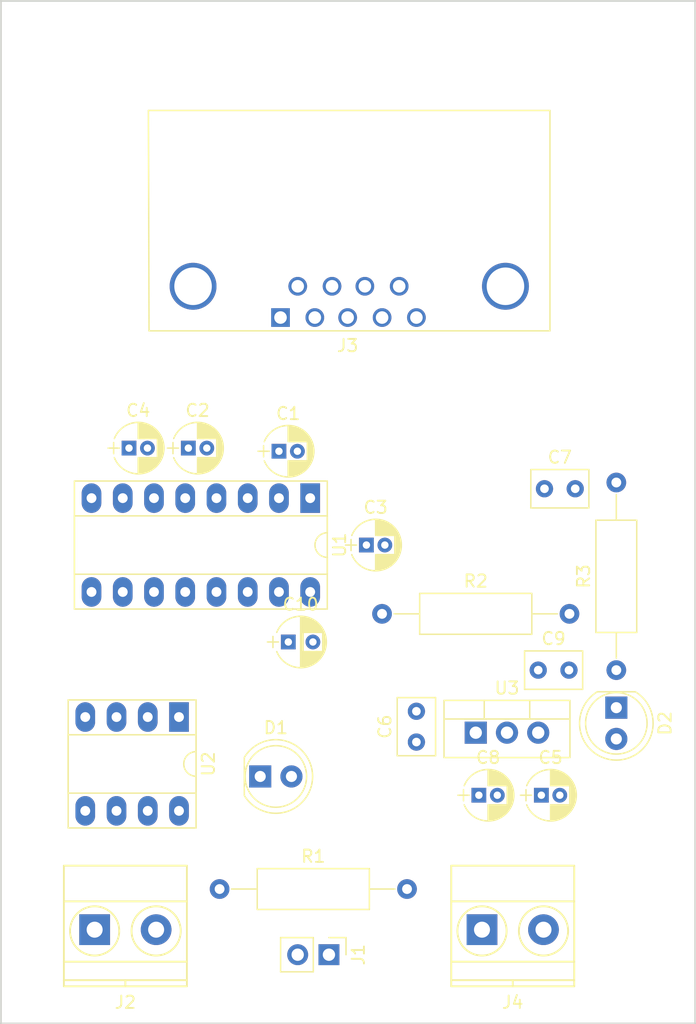
<source format=kicad_pcb>
(kicad_pcb (version 4) (host pcbnew 4.0.6+dfsg1-1)

  (general
    (links 44)
    (no_connects 44)
    (area 0 0 0 0)
    (thickness 1.6)
    (drawings 5)
    (tracks 0)
    (zones 0)
    (modules 22)
    (nets 29)
  )

  (page A4)
  (layers
    (0 F.Cu signal)
    (31 B.Cu signal)
    (32 B.Adhes user)
    (33 F.Adhes user)
    (34 B.Paste user)
    (35 F.Paste user)
    (36 B.SilkS user)
    (37 F.SilkS user)
    (38 B.Mask user)
    (39 F.Mask user)
    (40 Dwgs.User user)
    (41 Cmts.User user)
    (42 Eco1.User user)
    (43 Eco2.User user)
    (44 Edge.Cuts user)
    (45 Margin user)
    (46 B.CrtYd user)
    (47 F.CrtYd user)
    (48 B.Fab user)
    (49 F.Fab user)
  )

  (setup
    (last_trace_width 0.25)
    (trace_clearance 0.2)
    (zone_clearance 0.508)
    (zone_45_only no)
    (trace_min 0.2)
    (segment_width 0.2)
    (edge_width 0.15)
    (via_size 0.6)
    (via_drill 0.4)
    (via_min_size 0.4)
    (via_min_drill 0.3)
    (uvia_size 0.3)
    (uvia_drill 0.1)
    (uvias_allowed no)
    (uvia_min_size 0.2)
    (uvia_min_drill 0.1)
    (pcb_text_width 0.3)
    (pcb_text_size 1.5 1.5)
    (mod_edge_width 0.15)
    (mod_text_size 1 1)
    (mod_text_width 0.15)
    (pad_size 1.524 1.524)
    (pad_drill 0.762)
    (pad_to_mask_clearance 0.2)
    (aux_axis_origin 0 0)
    (visible_elements FFFFFF7F)
    (pcbplotparams
      (layerselection 0x00030_80000001)
      (usegerberextensions false)
      (excludeedgelayer true)
      (linewidth 0.100000)
      (plotframeref false)
      (viasonmask false)
      (mode 1)
      (useauxorigin false)
      (hpglpennumber 1)
      (hpglpenspeed 20)
      (hpglpendiameter 15)
      (hpglpenoverlay 2)
      (psnegative false)
      (psa4output false)
      (plotreference true)
      (plotvalue true)
      (plotinvisibletext false)
      (padsonsilk false)
      (subtractmaskfromsilk false)
      (outputformat 1)
      (mirror false)
      (drillshape 1)
      (scaleselection 1)
      (outputdirectory ""))
  )

  (net 0 "")
  (net 1 "Net-(C1-Pad1)")
  (net 2 "Net-(C1-Pad2)")
  (net 3 "Net-(C2-Pad1)")
  (net 4 "Net-(C2-Pad2)")
  (net 5 "Net-(C3-Pad1)")
  (net 6 VCC)
  (net 7 GND)
  (net 8 "Net-(C4-Pad2)")
  (net 9 "Net-(C5-Pad1)")
  (net 10 "Net-(D1-Pad1)")
  (net 11 "Net-(D1-Pad2)")
  (net 12 "Net-(D2-Pad1)")
  (net 13 "Net-(J1-Pad1)")
  (net 14 "Net-(J1-Pad2)")
  (net 15 "Net-(J2-Pad1)")
  (net 16 "Net-(J3-Pad1)")
  (net 17 "Net-(J3-Pad2)")
  (net 18 "Net-(J3-Pad3)")
  (net 19 "Net-(J3-Pad4)")
  (net 20 "Net-(J3-Pad5)")
  (net 21 "Net-(J3-Pad6)")
  (net 22 "Net-(J3-Pad7)")
  (net 23 "Net-(J3-Pad8)")
  (net 24 "Net-(J3-Pad9)")
  (net 25 "Net-(U1-Pad10)")
  (net 26 "Net-(U1-Pad11)")
  (net 27 "Net-(U1-Pad12)")
  (net 28 "Net-(U1-Pad7)")

  (net_class Default "This is the default net class."
    (clearance 0.2)
    (trace_width 0.25)
    (via_dia 0.6)
    (via_drill 0.4)
    (uvia_dia 0.3)
    (uvia_drill 0.1)
    (add_net GND)
    (add_net "Net-(C1-Pad1)")
    (add_net "Net-(C1-Pad2)")
    (add_net "Net-(C2-Pad1)")
    (add_net "Net-(C2-Pad2)")
    (add_net "Net-(C3-Pad1)")
    (add_net "Net-(C4-Pad2)")
    (add_net "Net-(C5-Pad1)")
    (add_net "Net-(D1-Pad1)")
    (add_net "Net-(D1-Pad2)")
    (add_net "Net-(D2-Pad1)")
    (add_net "Net-(J1-Pad1)")
    (add_net "Net-(J1-Pad2)")
    (add_net "Net-(J2-Pad1)")
    (add_net "Net-(J3-Pad1)")
    (add_net "Net-(J3-Pad2)")
    (add_net "Net-(J3-Pad3)")
    (add_net "Net-(J3-Pad4)")
    (add_net "Net-(J3-Pad5)")
    (add_net "Net-(J3-Pad6)")
    (add_net "Net-(J3-Pad7)")
    (add_net "Net-(J3-Pad8)")
    (add_net "Net-(J3-Pad9)")
    (add_net "Net-(U1-Pad10)")
    (add_net "Net-(U1-Pad11)")
    (add_net "Net-(U1-Pad12)")
    (add_net "Net-(U1-Pad7)")
    (add_net VCC)
  )

  (module Capacitors_THT:CP_Radial_D4.0mm_P1.50mm (layer F.Cu) (tedit 58765D06) (tstamp 5A6D6FC9)
    (at 36.068 52.07)
    (descr "CP, Radial series, Radial, pin pitch=1.50mm, , diameter=4mm, Electrolytic Capacitor")
    (tags "CP Radial series Radial pin pitch 1.50mm  diameter 4mm Electrolytic Capacitor")
    (path /5A6D6336)
    (fp_text reference C1 (at 0.75 -3.06) (layer F.SilkS)
      (effects (font (size 1 1) (thickness 0.15)))
    )
    (fp_text value 1uF (at 0.75 3.06) (layer F.Fab)
      (effects (font (size 1 1) (thickness 0.15)))
    )
    (fp_arc (start 0.75 0) (end -1.188995 -0.78) (angle 136.2) (layer F.SilkS) (width 0.12))
    (fp_arc (start 0.75 0) (end -1.188995 0.78) (angle -136.2) (layer F.SilkS) (width 0.12))
    (fp_arc (start 0.75 0) (end 2.688995 -0.78) (angle 43.8) (layer F.SilkS) (width 0.12))
    (fp_circle (center 0.75 0) (end 2.75 0) (layer F.Fab) (width 0.1))
    (fp_line (start -1.7 0) (end -0.8 0) (layer F.Fab) (width 0.1))
    (fp_line (start -1.25 -0.45) (end -1.25 0.45) (layer F.Fab) (width 0.1))
    (fp_line (start 0.75 0.78) (end 0.75 2.05) (layer F.SilkS) (width 0.12))
    (fp_line (start 0.75 -2.05) (end 0.75 -0.78) (layer F.SilkS) (width 0.12))
    (fp_line (start 0.79 -2.05) (end 0.79 -0.78) (layer F.SilkS) (width 0.12))
    (fp_line (start 0.79 0.78) (end 0.79 2.05) (layer F.SilkS) (width 0.12))
    (fp_line (start 0.83 -2.049) (end 0.83 -0.78) (layer F.SilkS) (width 0.12))
    (fp_line (start 0.83 0.78) (end 0.83 2.049) (layer F.SilkS) (width 0.12))
    (fp_line (start 0.87 -2.047) (end 0.87 -0.78) (layer F.SilkS) (width 0.12))
    (fp_line (start 0.87 0.78) (end 0.87 2.047) (layer F.SilkS) (width 0.12))
    (fp_line (start 0.91 -2.044) (end 0.91 -0.78) (layer F.SilkS) (width 0.12))
    (fp_line (start 0.91 0.78) (end 0.91 2.044) (layer F.SilkS) (width 0.12))
    (fp_line (start 0.95 -2.041) (end 0.95 -0.78) (layer F.SilkS) (width 0.12))
    (fp_line (start 0.95 0.78) (end 0.95 2.041) (layer F.SilkS) (width 0.12))
    (fp_line (start 0.99 -2.037) (end 0.99 -0.78) (layer F.SilkS) (width 0.12))
    (fp_line (start 0.99 0.78) (end 0.99 2.037) (layer F.SilkS) (width 0.12))
    (fp_line (start 1.03 -2.032) (end 1.03 -0.78) (layer F.SilkS) (width 0.12))
    (fp_line (start 1.03 0.78) (end 1.03 2.032) (layer F.SilkS) (width 0.12))
    (fp_line (start 1.07 -2.026) (end 1.07 -0.78) (layer F.SilkS) (width 0.12))
    (fp_line (start 1.07 0.78) (end 1.07 2.026) (layer F.SilkS) (width 0.12))
    (fp_line (start 1.11 -2.019) (end 1.11 -0.78) (layer F.SilkS) (width 0.12))
    (fp_line (start 1.11 0.78) (end 1.11 2.019) (layer F.SilkS) (width 0.12))
    (fp_line (start 1.15 -2.012) (end 1.15 -0.78) (layer F.SilkS) (width 0.12))
    (fp_line (start 1.15 0.78) (end 1.15 2.012) (layer F.SilkS) (width 0.12))
    (fp_line (start 1.19 -2.004) (end 1.19 -0.78) (layer F.SilkS) (width 0.12))
    (fp_line (start 1.19 0.78) (end 1.19 2.004) (layer F.SilkS) (width 0.12))
    (fp_line (start 1.23 -1.995) (end 1.23 -0.78) (layer F.SilkS) (width 0.12))
    (fp_line (start 1.23 0.78) (end 1.23 1.995) (layer F.SilkS) (width 0.12))
    (fp_line (start 1.27 -1.985) (end 1.27 -0.78) (layer F.SilkS) (width 0.12))
    (fp_line (start 1.27 0.78) (end 1.27 1.985) (layer F.SilkS) (width 0.12))
    (fp_line (start 1.31 -1.974) (end 1.31 -0.78) (layer F.SilkS) (width 0.12))
    (fp_line (start 1.31 0.78) (end 1.31 1.974) (layer F.SilkS) (width 0.12))
    (fp_line (start 1.35 -1.963) (end 1.35 -0.78) (layer F.SilkS) (width 0.12))
    (fp_line (start 1.35 0.78) (end 1.35 1.963) (layer F.SilkS) (width 0.12))
    (fp_line (start 1.39 -1.95) (end 1.39 -0.78) (layer F.SilkS) (width 0.12))
    (fp_line (start 1.39 0.78) (end 1.39 1.95) (layer F.SilkS) (width 0.12))
    (fp_line (start 1.43 -1.937) (end 1.43 -0.78) (layer F.SilkS) (width 0.12))
    (fp_line (start 1.43 0.78) (end 1.43 1.937) (layer F.SilkS) (width 0.12))
    (fp_line (start 1.471 -1.923) (end 1.471 -0.78) (layer F.SilkS) (width 0.12))
    (fp_line (start 1.471 0.78) (end 1.471 1.923) (layer F.SilkS) (width 0.12))
    (fp_line (start 1.511 -1.907) (end 1.511 -0.78) (layer F.SilkS) (width 0.12))
    (fp_line (start 1.511 0.78) (end 1.511 1.907) (layer F.SilkS) (width 0.12))
    (fp_line (start 1.551 -1.891) (end 1.551 -0.78) (layer F.SilkS) (width 0.12))
    (fp_line (start 1.551 0.78) (end 1.551 1.891) (layer F.SilkS) (width 0.12))
    (fp_line (start 1.591 -1.874) (end 1.591 -0.78) (layer F.SilkS) (width 0.12))
    (fp_line (start 1.591 0.78) (end 1.591 1.874) (layer F.SilkS) (width 0.12))
    (fp_line (start 1.631 -1.856) (end 1.631 -0.78) (layer F.SilkS) (width 0.12))
    (fp_line (start 1.631 0.78) (end 1.631 1.856) (layer F.SilkS) (width 0.12))
    (fp_line (start 1.671 -1.837) (end 1.671 -0.78) (layer F.SilkS) (width 0.12))
    (fp_line (start 1.671 0.78) (end 1.671 1.837) (layer F.SilkS) (width 0.12))
    (fp_line (start 1.711 -1.817) (end 1.711 -0.78) (layer F.SilkS) (width 0.12))
    (fp_line (start 1.711 0.78) (end 1.711 1.817) (layer F.SilkS) (width 0.12))
    (fp_line (start 1.751 -1.796) (end 1.751 -0.78) (layer F.SilkS) (width 0.12))
    (fp_line (start 1.751 0.78) (end 1.751 1.796) (layer F.SilkS) (width 0.12))
    (fp_line (start 1.791 -1.773) (end 1.791 -0.78) (layer F.SilkS) (width 0.12))
    (fp_line (start 1.791 0.78) (end 1.791 1.773) (layer F.SilkS) (width 0.12))
    (fp_line (start 1.831 -1.75) (end 1.831 -0.78) (layer F.SilkS) (width 0.12))
    (fp_line (start 1.831 0.78) (end 1.831 1.75) (layer F.SilkS) (width 0.12))
    (fp_line (start 1.871 -1.725) (end 1.871 -0.78) (layer F.SilkS) (width 0.12))
    (fp_line (start 1.871 0.78) (end 1.871 1.725) (layer F.SilkS) (width 0.12))
    (fp_line (start 1.911 -1.699) (end 1.911 -0.78) (layer F.SilkS) (width 0.12))
    (fp_line (start 1.911 0.78) (end 1.911 1.699) (layer F.SilkS) (width 0.12))
    (fp_line (start 1.951 -1.672) (end 1.951 -0.78) (layer F.SilkS) (width 0.12))
    (fp_line (start 1.951 0.78) (end 1.951 1.672) (layer F.SilkS) (width 0.12))
    (fp_line (start 1.991 -1.643) (end 1.991 -0.78) (layer F.SilkS) (width 0.12))
    (fp_line (start 1.991 0.78) (end 1.991 1.643) (layer F.SilkS) (width 0.12))
    (fp_line (start 2.031 -1.613) (end 2.031 -0.78) (layer F.SilkS) (width 0.12))
    (fp_line (start 2.031 0.78) (end 2.031 1.613) (layer F.SilkS) (width 0.12))
    (fp_line (start 2.071 -1.581) (end 2.071 -0.78) (layer F.SilkS) (width 0.12))
    (fp_line (start 2.071 0.78) (end 2.071 1.581) (layer F.SilkS) (width 0.12))
    (fp_line (start 2.111 -1.547) (end 2.111 -0.78) (layer F.SilkS) (width 0.12))
    (fp_line (start 2.111 0.78) (end 2.111 1.547) (layer F.SilkS) (width 0.12))
    (fp_line (start 2.151 -1.512) (end 2.151 -0.78) (layer F.SilkS) (width 0.12))
    (fp_line (start 2.151 0.78) (end 2.151 1.512) (layer F.SilkS) (width 0.12))
    (fp_line (start 2.191 -1.475) (end 2.191 -0.78) (layer F.SilkS) (width 0.12))
    (fp_line (start 2.191 0.78) (end 2.191 1.475) (layer F.SilkS) (width 0.12))
    (fp_line (start 2.231 -1.436) (end 2.231 -0.78) (layer F.SilkS) (width 0.12))
    (fp_line (start 2.231 0.78) (end 2.231 1.436) (layer F.SilkS) (width 0.12))
    (fp_line (start 2.271 -1.395) (end 2.271 -0.78) (layer F.SilkS) (width 0.12))
    (fp_line (start 2.271 0.78) (end 2.271 1.395) (layer F.SilkS) (width 0.12))
    (fp_line (start 2.311 -1.351) (end 2.311 1.351) (layer F.SilkS) (width 0.12))
    (fp_line (start 2.351 -1.305) (end 2.351 1.305) (layer F.SilkS) (width 0.12))
    (fp_line (start 2.391 -1.256) (end 2.391 1.256) (layer F.SilkS) (width 0.12))
    (fp_line (start 2.431 -1.204) (end 2.431 1.204) (layer F.SilkS) (width 0.12))
    (fp_line (start 2.471 -1.148) (end 2.471 1.148) (layer F.SilkS) (width 0.12))
    (fp_line (start 2.511 -1.088) (end 2.511 1.088) (layer F.SilkS) (width 0.12))
    (fp_line (start 2.551 -1.023) (end 2.551 1.023) (layer F.SilkS) (width 0.12))
    (fp_line (start 2.591 -0.952) (end 2.591 0.952) (layer F.SilkS) (width 0.12))
    (fp_line (start 2.631 -0.874) (end 2.631 0.874) (layer F.SilkS) (width 0.12))
    (fp_line (start 2.671 -0.786) (end 2.671 0.786) (layer F.SilkS) (width 0.12))
    (fp_line (start 2.711 -0.686) (end 2.711 0.686) (layer F.SilkS) (width 0.12))
    (fp_line (start 2.751 -0.567) (end 2.751 0.567) (layer F.SilkS) (width 0.12))
    (fp_line (start 2.791 -0.415) (end 2.791 0.415) (layer F.SilkS) (width 0.12))
    (fp_line (start 2.831 -0.165) (end 2.831 0.165) (layer F.SilkS) (width 0.12))
    (fp_line (start -1.7 0) (end -0.8 0) (layer F.SilkS) (width 0.12))
    (fp_line (start -1.25 -0.45) (end -1.25 0.45) (layer F.SilkS) (width 0.12))
    (fp_line (start -1.6 -2.35) (end -1.6 2.35) (layer F.CrtYd) (width 0.05))
    (fp_line (start -1.6 2.35) (end 3.1 2.35) (layer F.CrtYd) (width 0.05))
    (fp_line (start 3.1 2.35) (end 3.1 -2.35) (layer F.CrtYd) (width 0.05))
    (fp_line (start 3.1 -2.35) (end -1.6 -2.35) (layer F.CrtYd) (width 0.05))
    (pad 1 thru_hole rect (at 0 0) (size 1.2 1.2) (drill 0.6) (layers *.Cu *.Mask)
      (net 1 "Net-(C1-Pad1)"))
    (pad 2 thru_hole circle (at 1.5 0) (size 1.2 1.2) (drill 0.6) (layers *.Cu *.Mask)
      (net 2 "Net-(C1-Pad2)"))
    (model Capacitors_THT.3dshapes/CP_Radial_D4.0mm_P1.50mm.wrl
      (at (xyz 0 0 0))
      (scale (xyz 0.393701 0.393701 0.393701))
      (rotate (xyz 0 0 0))
    )
  )

  (module Capacitors_THT:CP_Radial_D4.0mm_P1.50mm (layer F.Cu) (tedit 58765D06) (tstamp 5A6D6FCF)
    (at 28.702 51.816)
    (descr "CP, Radial series, Radial, pin pitch=1.50mm, , diameter=4mm, Electrolytic Capacitor")
    (tags "CP Radial series Radial pin pitch 1.50mm  diameter 4mm Electrolytic Capacitor")
    (path /5A6D62D9)
    (fp_text reference C2 (at 0.75 -3.06) (layer F.SilkS)
      (effects (font (size 1 1) (thickness 0.15)))
    )
    (fp_text value 1uF (at 0.75 3.06) (layer F.Fab)
      (effects (font (size 1 1) (thickness 0.15)))
    )
    (fp_arc (start 0.75 0) (end -1.188995 -0.78) (angle 136.2) (layer F.SilkS) (width 0.12))
    (fp_arc (start 0.75 0) (end -1.188995 0.78) (angle -136.2) (layer F.SilkS) (width 0.12))
    (fp_arc (start 0.75 0) (end 2.688995 -0.78) (angle 43.8) (layer F.SilkS) (width 0.12))
    (fp_circle (center 0.75 0) (end 2.75 0) (layer F.Fab) (width 0.1))
    (fp_line (start -1.7 0) (end -0.8 0) (layer F.Fab) (width 0.1))
    (fp_line (start -1.25 -0.45) (end -1.25 0.45) (layer F.Fab) (width 0.1))
    (fp_line (start 0.75 0.78) (end 0.75 2.05) (layer F.SilkS) (width 0.12))
    (fp_line (start 0.75 -2.05) (end 0.75 -0.78) (layer F.SilkS) (width 0.12))
    (fp_line (start 0.79 -2.05) (end 0.79 -0.78) (layer F.SilkS) (width 0.12))
    (fp_line (start 0.79 0.78) (end 0.79 2.05) (layer F.SilkS) (width 0.12))
    (fp_line (start 0.83 -2.049) (end 0.83 -0.78) (layer F.SilkS) (width 0.12))
    (fp_line (start 0.83 0.78) (end 0.83 2.049) (layer F.SilkS) (width 0.12))
    (fp_line (start 0.87 -2.047) (end 0.87 -0.78) (layer F.SilkS) (width 0.12))
    (fp_line (start 0.87 0.78) (end 0.87 2.047) (layer F.SilkS) (width 0.12))
    (fp_line (start 0.91 -2.044) (end 0.91 -0.78) (layer F.SilkS) (width 0.12))
    (fp_line (start 0.91 0.78) (end 0.91 2.044) (layer F.SilkS) (width 0.12))
    (fp_line (start 0.95 -2.041) (end 0.95 -0.78) (layer F.SilkS) (width 0.12))
    (fp_line (start 0.95 0.78) (end 0.95 2.041) (layer F.SilkS) (width 0.12))
    (fp_line (start 0.99 -2.037) (end 0.99 -0.78) (layer F.SilkS) (width 0.12))
    (fp_line (start 0.99 0.78) (end 0.99 2.037) (layer F.SilkS) (width 0.12))
    (fp_line (start 1.03 -2.032) (end 1.03 -0.78) (layer F.SilkS) (width 0.12))
    (fp_line (start 1.03 0.78) (end 1.03 2.032) (layer F.SilkS) (width 0.12))
    (fp_line (start 1.07 -2.026) (end 1.07 -0.78) (layer F.SilkS) (width 0.12))
    (fp_line (start 1.07 0.78) (end 1.07 2.026) (layer F.SilkS) (width 0.12))
    (fp_line (start 1.11 -2.019) (end 1.11 -0.78) (layer F.SilkS) (width 0.12))
    (fp_line (start 1.11 0.78) (end 1.11 2.019) (layer F.SilkS) (width 0.12))
    (fp_line (start 1.15 -2.012) (end 1.15 -0.78) (layer F.SilkS) (width 0.12))
    (fp_line (start 1.15 0.78) (end 1.15 2.012) (layer F.SilkS) (width 0.12))
    (fp_line (start 1.19 -2.004) (end 1.19 -0.78) (layer F.SilkS) (width 0.12))
    (fp_line (start 1.19 0.78) (end 1.19 2.004) (layer F.SilkS) (width 0.12))
    (fp_line (start 1.23 -1.995) (end 1.23 -0.78) (layer F.SilkS) (width 0.12))
    (fp_line (start 1.23 0.78) (end 1.23 1.995) (layer F.SilkS) (width 0.12))
    (fp_line (start 1.27 -1.985) (end 1.27 -0.78) (layer F.SilkS) (width 0.12))
    (fp_line (start 1.27 0.78) (end 1.27 1.985) (layer F.SilkS) (width 0.12))
    (fp_line (start 1.31 -1.974) (end 1.31 -0.78) (layer F.SilkS) (width 0.12))
    (fp_line (start 1.31 0.78) (end 1.31 1.974) (layer F.SilkS) (width 0.12))
    (fp_line (start 1.35 -1.963) (end 1.35 -0.78) (layer F.SilkS) (width 0.12))
    (fp_line (start 1.35 0.78) (end 1.35 1.963) (layer F.SilkS) (width 0.12))
    (fp_line (start 1.39 -1.95) (end 1.39 -0.78) (layer F.SilkS) (width 0.12))
    (fp_line (start 1.39 0.78) (end 1.39 1.95) (layer F.SilkS) (width 0.12))
    (fp_line (start 1.43 -1.937) (end 1.43 -0.78) (layer F.SilkS) (width 0.12))
    (fp_line (start 1.43 0.78) (end 1.43 1.937) (layer F.SilkS) (width 0.12))
    (fp_line (start 1.471 -1.923) (end 1.471 -0.78) (layer F.SilkS) (width 0.12))
    (fp_line (start 1.471 0.78) (end 1.471 1.923) (layer F.SilkS) (width 0.12))
    (fp_line (start 1.511 -1.907) (end 1.511 -0.78) (layer F.SilkS) (width 0.12))
    (fp_line (start 1.511 0.78) (end 1.511 1.907) (layer F.SilkS) (width 0.12))
    (fp_line (start 1.551 -1.891) (end 1.551 -0.78) (layer F.SilkS) (width 0.12))
    (fp_line (start 1.551 0.78) (end 1.551 1.891) (layer F.SilkS) (width 0.12))
    (fp_line (start 1.591 -1.874) (end 1.591 -0.78) (layer F.SilkS) (width 0.12))
    (fp_line (start 1.591 0.78) (end 1.591 1.874) (layer F.SilkS) (width 0.12))
    (fp_line (start 1.631 -1.856) (end 1.631 -0.78) (layer F.SilkS) (width 0.12))
    (fp_line (start 1.631 0.78) (end 1.631 1.856) (layer F.SilkS) (width 0.12))
    (fp_line (start 1.671 -1.837) (end 1.671 -0.78) (layer F.SilkS) (width 0.12))
    (fp_line (start 1.671 0.78) (end 1.671 1.837) (layer F.SilkS) (width 0.12))
    (fp_line (start 1.711 -1.817) (end 1.711 -0.78) (layer F.SilkS) (width 0.12))
    (fp_line (start 1.711 0.78) (end 1.711 1.817) (layer F.SilkS) (width 0.12))
    (fp_line (start 1.751 -1.796) (end 1.751 -0.78) (layer F.SilkS) (width 0.12))
    (fp_line (start 1.751 0.78) (end 1.751 1.796) (layer F.SilkS) (width 0.12))
    (fp_line (start 1.791 -1.773) (end 1.791 -0.78) (layer F.SilkS) (width 0.12))
    (fp_line (start 1.791 0.78) (end 1.791 1.773) (layer F.SilkS) (width 0.12))
    (fp_line (start 1.831 -1.75) (end 1.831 -0.78) (layer F.SilkS) (width 0.12))
    (fp_line (start 1.831 0.78) (end 1.831 1.75) (layer F.SilkS) (width 0.12))
    (fp_line (start 1.871 -1.725) (end 1.871 -0.78) (layer F.SilkS) (width 0.12))
    (fp_line (start 1.871 0.78) (end 1.871 1.725) (layer F.SilkS) (width 0.12))
    (fp_line (start 1.911 -1.699) (end 1.911 -0.78) (layer F.SilkS) (width 0.12))
    (fp_line (start 1.911 0.78) (end 1.911 1.699) (layer F.SilkS) (width 0.12))
    (fp_line (start 1.951 -1.672) (end 1.951 -0.78) (layer F.SilkS) (width 0.12))
    (fp_line (start 1.951 0.78) (end 1.951 1.672) (layer F.SilkS) (width 0.12))
    (fp_line (start 1.991 -1.643) (end 1.991 -0.78) (layer F.SilkS) (width 0.12))
    (fp_line (start 1.991 0.78) (end 1.991 1.643) (layer F.SilkS) (width 0.12))
    (fp_line (start 2.031 -1.613) (end 2.031 -0.78) (layer F.SilkS) (width 0.12))
    (fp_line (start 2.031 0.78) (end 2.031 1.613) (layer F.SilkS) (width 0.12))
    (fp_line (start 2.071 -1.581) (end 2.071 -0.78) (layer F.SilkS) (width 0.12))
    (fp_line (start 2.071 0.78) (end 2.071 1.581) (layer F.SilkS) (width 0.12))
    (fp_line (start 2.111 -1.547) (end 2.111 -0.78) (layer F.SilkS) (width 0.12))
    (fp_line (start 2.111 0.78) (end 2.111 1.547) (layer F.SilkS) (width 0.12))
    (fp_line (start 2.151 -1.512) (end 2.151 -0.78) (layer F.SilkS) (width 0.12))
    (fp_line (start 2.151 0.78) (end 2.151 1.512) (layer F.SilkS) (width 0.12))
    (fp_line (start 2.191 -1.475) (end 2.191 -0.78) (layer F.SilkS) (width 0.12))
    (fp_line (start 2.191 0.78) (end 2.191 1.475) (layer F.SilkS) (width 0.12))
    (fp_line (start 2.231 -1.436) (end 2.231 -0.78) (layer F.SilkS) (width 0.12))
    (fp_line (start 2.231 0.78) (end 2.231 1.436) (layer F.SilkS) (width 0.12))
    (fp_line (start 2.271 -1.395) (end 2.271 -0.78) (layer F.SilkS) (width 0.12))
    (fp_line (start 2.271 0.78) (end 2.271 1.395) (layer F.SilkS) (width 0.12))
    (fp_line (start 2.311 -1.351) (end 2.311 1.351) (layer F.SilkS) (width 0.12))
    (fp_line (start 2.351 -1.305) (end 2.351 1.305) (layer F.SilkS) (width 0.12))
    (fp_line (start 2.391 -1.256) (end 2.391 1.256) (layer F.SilkS) (width 0.12))
    (fp_line (start 2.431 -1.204) (end 2.431 1.204) (layer F.SilkS) (width 0.12))
    (fp_line (start 2.471 -1.148) (end 2.471 1.148) (layer F.SilkS) (width 0.12))
    (fp_line (start 2.511 -1.088) (end 2.511 1.088) (layer F.SilkS) (width 0.12))
    (fp_line (start 2.551 -1.023) (end 2.551 1.023) (layer F.SilkS) (width 0.12))
    (fp_line (start 2.591 -0.952) (end 2.591 0.952) (layer F.SilkS) (width 0.12))
    (fp_line (start 2.631 -0.874) (end 2.631 0.874) (layer F.SilkS) (width 0.12))
    (fp_line (start 2.671 -0.786) (end 2.671 0.786) (layer F.SilkS) (width 0.12))
    (fp_line (start 2.711 -0.686) (end 2.711 0.686) (layer F.SilkS) (width 0.12))
    (fp_line (start 2.751 -0.567) (end 2.751 0.567) (layer F.SilkS) (width 0.12))
    (fp_line (start 2.791 -0.415) (end 2.791 0.415) (layer F.SilkS) (width 0.12))
    (fp_line (start 2.831 -0.165) (end 2.831 0.165) (layer F.SilkS) (width 0.12))
    (fp_line (start -1.7 0) (end -0.8 0) (layer F.SilkS) (width 0.12))
    (fp_line (start -1.25 -0.45) (end -1.25 0.45) (layer F.SilkS) (width 0.12))
    (fp_line (start -1.6 -2.35) (end -1.6 2.35) (layer F.CrtYd) (width 0.05))
    (fp_line (start -1.6 2.35) (end 3.1 2.35) (layer F.CrtYd) (width 0.05))
    (fp_line (start 3.1 2.35) (end 3.1 -2.35) (layer F.CrtYd) (width 0.05))
    (fp_line (start 3.1 -2.35) (end -1.6 -2.35) (layer F.CrtYd) (width 0.05))
    (pad 1 thru_hole rect (at 0 0) (size 1.2 1.2) (drill 0.6) (layers *.Cu *.Mask)
      (net 3 "Net-(C2-Pad1)"))
    (pad 2 thru_hole circle (at 1.5 0) (size 1.2 1.2) (drill 0.6) (layers *.Cu *.Mask)
      (net 4 "Net-(C2-Pad2)"))
    (model Capacitors_THT.3dshapes/CP_Radial_D4.0mm_P1.50mm.wrl
      (at (xyz 0 0 0))
      (scale (xyz 0.393701 0.393701 0.393701))
      (rotate (xyz 0 0 0))
    )
  )

  (module Capacitors_THT:CP_Radial_D4.0mm_P1.50mm (layer F.Cu) (tedit 58765D06) (tstamp 5A6D6FD5)
    (at 43.18 59.69)
    (descr "CP, Radial series, Radial, pin pitch=1.50mm, , diameter=4mm, Electrolytic Capacitor")
    (tags "CP Radial series Radial pin pitch 1.50mm  diameter 4mm Electrolytic Capacitor")
    (path /5A6D635B)
    (fp_text reference C3 (at 0.75 -3.06) (layer F.SilkS)
      (effects (font (size 1 1) (thickness 0.15)))
    )
    (fp_text value 1uf (at 0.75 3.06) (layer F.Fab)
      (effects (font (size 1 1) (thickness 0.15)))
    )
    (fp_arc (start 0.75 0) (end -1.188995 -0.78) (angle 136.2) (layer F.SilkS) (width 0.12))
    (fp_arc (start 0.75 0) (end -1.188995 0.78) (angle -136.2) (layer F.SilkS) (width 0.12))
    (fp_arc (start 0.75 0) (end 2.688995 -0.78) (angle 43.8) (layer F.SilkS) (width 0.12))
    (fp_circle (center 0.75 0) (end 2.75 0) (layer F.Fab) (width 0.1))
    (fp_line (start -1.7 0) (end -0.8 0) (layer F.Fab) (width 0.1))
    (fp_line (start -1.25 -0.45) (end -1.25 0.45) (layer F.Fab) (width 0.1))
    (fp_line (start 0.75 0.78) (end 0.75 2.05) (layer F.SilkS) (width 0.12))
    (fp_line (start 0.75 -2.05) (end 0.75 -0.78) (layer F.SilkS) (width 0.12))
    (fp_line (start 0.79 -2.05) (end 0.79 -0.78) (layer F.SilkS) (width 0.12))
    (fp_line (start 0.79 0.78) (end 0.79 2.05) (layer F.SilkS) (width 0.12))
    (fp_line (start 0.83 -2.049) (end 0.83 -0.78) (layer F.SilkS) (width 0.12))
    (fp_line (start 0.83 0.78) (end 0.83 2.049) (layer F.SilkS) (width 0.12))
    (fp_line (start 0.87 -2.047) (end 0.87 -0.78) (layer F.SilkS) (width 0.12))
    (fp_line (start 0.87 0.78) (end 0.87 2.047) (layer F.SilkS) (width 0.12))
    (fp_line (start 0.91 -2.044) (end 0.91 -0.78) (layer F.SilkS) (width 0.12))
    (fp_line (start 0.91 0.78) (end 0.91 2.044) (layer F.SilkS) (width 0.12))
    (fp_line (start 0.95 -2.041) (end 0.95 -0.78) (layer F.SilkS) (width 0.12))
    (fp_line (start 0.95 0.78) (end 0.95 2.041) (layer F.SilkS) (width 0.12))
    (fp_line (start 0.99 -2.037) (end 0.99 -0.78) (layer F.SilkS) (width 0.12))
    (fp_line (start 0.99 0.78) (end 0.99 2.037) (layer F.SilkS) (width 0.12))
    (fp_line (start 1.03 -2.032) (end 1.03 -0.78) (layer F.SilkS) (width 0.12))
    (fp_line (start 1.03 0.78) (end 1.03 2.032) (layer F.SilkS) (width 0.12))
    (fp_line (start 1.07 -2.026) (end 1.07 -0.78) (layer F.SilkS) (width 0.12))
    (fp_line (start 1.07 0.78) (end 1.07 2.026) (layer F.SilkS) (width 0.12))
    (fp_line (start 1.11 -2.019) (end 1.11 -0.78) (layer F.SilkS) (width 0.12))
    (fp_line (start 1.11 0.78) (end 1.11 2.019) (layer F.SilkS) (width 0.12))
    (fp_line (start 1.15 -2.012) (end 1.15 -0.78) (layer F.SilkS) (width 0.12))
    (fp_line (start 1.15 0.78) (end 1.15 2.012) (layer F.SilkS) (width 0.12))
    (fp_line (start 1.19 -2.004) (end 1.19 -0.78) (layer F.SilkS) (width 0.12))
    (fp_line (start 1.19 0.78) (end 1.19 2.004) (layer F.SilkS) (width 0.12))
    (fp_line (start 1.23 -1.995) (end 1.23 -0.78) (layer F.SilkS) (width 0.12))
    (fp_line (start 1.23 0.78) (end 1.23 1.995) (layer F.SilkS) (width 0.12))
    (fp_line (start 1.27 -1.985) (end 1.27 -0.78) (layer F.SilkS) (width 0.12))
    (fp_line (start 1.27 0.78) (end 1.27 1.985) (layer F.SilkS) (width 0.12))
    (fp_line (start 1.31 -1.974) (end 1.31 -0.78) (layer F.SilkS) (width 0.12))
    (fp_line (start 1.31 0.78) (end 1.31 1.974) (layer F.SilkS) (width 0.12))
    (fp_line (start 1.35 -1.963) (end 1.35 -0.78) (layer F.SilkS) (width 0.12))
    (fp_line (start 1.35 0.78) (end 1.35 1.963) (layer F.SilkS) (width 0.12))
    (fp_line (start 1.39 -1.95) (end 1.39 -0.78) (layer F.SilkS) (width 0.12))
    (fp_line (start 1.39 0.78) (end 1.39 1.95) (layer F.SilkS) (width 0.12))
    (fp_line (start 1.43 -1.937) (end 1.43 -0.78) (layer F.SilkS) (width 0.12))
    (fp_line (start 1.43 0.78) (end 1.43 1.937) (layer F.SilkS) (width 0.12))
    (fp_line (start 1.471 -1.923) (end 1.471 -0.78) (layer F.SilkS) (width 0.12))
    (fp_line (start 1.471 0.78) (end 1.471 1.923) (layer F.SilkS) (width 0.12))
    (fp_line (start 1.511 -1.907) (end 1.511 -0.78) (layer F.SilkS) (width 0.12))
    (fp_line (start 1.511 0.78) (end 1.511 1.907) (layer F.SilkS) (width 0.12))
    (fp_line (start 1.551 -1.891) (end 1.551 -0.78) (layer F.SilkS) (width 0.12))
    (fp_line (start 1.551 0.78) (end 1.551 1.891) (layer F.SilkS) (width 0.12))
    (fp_line (start 1.591 -1.874) (end 1.591 -0.78) (layer F.SilkS) (width 0.12))
    (fp_line (start 1.591 0.78) (end 1.591 1.874) (layer F.SilkS) (width 0.12))
    (fp_line (start 1.631 -1.856) (end 1.631 -0.78) (layer F.SilkS) (width 0.12))
    (fp_line (start 1.631 0.78) (end 1.631 1.856) (layer F.SilkS) (width 0.12))
    (fp_line (start 1.671 -1.837) (end 1.671 -0.78) (layer F.SilkS) (width 0.12))
    (fp_line (start 1.671 0.78) (end 1.671 1.837) (layer F.SilkS) (width 0.12))
    (fp_line (start 1.711 -1.817) (end 1.711 -0.78) (layer F.SilkS) (width 0.12))
    (fp_line (start 1.711 0.78) (end 1.711 1.817) (layer F.SilkS) (width 0.12))
    (fp_line (start 1.751 -1.796) (end 1.751 -0.78) (layer F.SilkS) (width 0.12))
    (fp_line (start 1.751 0.78) (end 1.751 1.796) (layer F.SilkS) (width 0.12))
    (fp_line (start 1.791 -1.773) (end 1.791 -0.78) (layer F.SilkS) (width 0.12))
    (fp_line (start 1.791 0.78) (end 1.791 1.773) (layer F.SilkS) (width 0.12))
    (fp_line (start 1.831 -1.75) (end 1.831 -0.78) (layer F.SilkS) (width 0.12))
    (fp_line (start 1.831 0.78) (end 1.831 1.75) (layer F.SilkS) (width 0.12))
    (fp_line (start 1.871 -1.725) (end 1.871 -0.78) (layer F.SilkS) (width 0.12))
    (fp_line (start 1.871 0.78) (end 1.871 1.725) (layer F.SilkS) (width 0.12))
    (fp_line (start 1.911 -1.699) (end 1.911 -0.78) (layer F.SilkS) (width 0.12))
    (fp_line (start 1.911 0.78) (end 1.911 1.699) (layer F.SilkS) (width 0.12))
    (fp_line (start 1.951 -1.672) (end 1.951 -0.78) (layer F.SilkS) (width 0.12))
    (fp_line (start 1.951 0.78) (end 1.951 1.672) (layer F.SilkS) (width 0.12))
    (fp_line (start 1.991 -1.643) (end 1.991 -0.78) (layer F.SilkS) (width 0.12))
    (fp_line (start 1.991 0.78) (end 1.991 1.643) (layer F.SilkS) (width 0.12))
    (fp_line (start 2.031 -1.613) (end 2.031 -0.78) (layer F.SilkS) (width 0.12))
    (fp_line (start 2.031 0.78) (end 2.031 1.613) (layer F.SilkS) (width 0.12))
    (fp_line (start 2.071 -1.581) (end 2.071 -0.78) (layer F.SilkS) (width 0.12))
    (fp_line (start 2.071 0.78) (end 2.071 1.581) (layer F.SilkS) (width 0.12))
    (fp_line (start 2.111 -1.547) (end 2.111 -0.78) (layer F.SilkS) (width 0.12))
    (fp_line (start 2.111 0.78) (end 2.111 1.547) (layer F.SilkS) (width 0.12))
    (fp_line (start 2.151 -1.512) (end 2.151 -0.78) (layer F.SilkS) (width 0.12))
    (fp_line (start 2.151 0.78) (end 2.151 1.512) (layer F.SilkS) (width 0.12))
    (fp_line (start 2.191 -1.475) (end 2.191 -0.78) (layer F.SilkS) (width 0.12))
    (fp_line (start 2.191 0.78) (end 2.191 1.475) (layer F.SilkS) (width 0.12))
    (fp_line (start 2.231 -1.436) (end 2.231 -0.78) (layer F.SilkS) (width 0.12))
    (fp_line (start 2.231 0.78) (end 2.231 1.436) (layer F.SilkS) (width 0.12))
    (fp_line (start 2.271 -1.395) (end 2.271 -0.78) (layer F.SilkS) (width 0.12))
    (fp_line (start 2.271 0.78) (end 2.271 1.395) (layer F.SilkS) (width 0.12))
    (fp_line (start 2.311 -1.351) (end 2.311 1.351) (layer F.SilkS) (width 0.12))
    (fp_line (start 2.351 -1.305) (end 2.351 1.305) (layer F.SilkS) (width 0.12))
    (fp_line (start 2.391 -1.256) (end 2.391 1.256) (layer F.SilkS) (width 0.12))
    (fp_line (start 2.431 -1.204) (end 2.431 1.204) (layer F.SilkS) (width 0.12))
    (fp_line (start 2.471 -1.148) (end 2.471 1.148) (layer F.SilkS) (width 0.12))
    (fp_line (start 2.511 -1.088) (end 2.511 1.088) (layer F.SilkS) (width 0.12))
    (fp_line (start 2.551 -1.023) (end 2.551 1.023) (layer F.SilkS) (width 0.12))
    (fp_line (start 2.591 -0.952) (end 2.591 0.952) (layer F.SilkS) (width 0.12))
    (fp_line (start 2.631 -0.874) (end 2.631 0.874) (layer F.SilkS) (width 0.12))
    (fp_line (start 2.671 -0.786) (end 2.671 0.786) (layer F.SilkS) (width 0.12))
    (fp_line (start 2.711 -0.686) (end 2.711 0.686) (layer F.SilkS) (width 0.12))
    (fp_line (start 2.751 -0.567) (end 2.751 0.567) (layer F.SilkS) (width 0.12))
    (fp_line (start 2.791 -0.415) (end 2.791 0.415) (layer F.SilkS) (width 0.12))
    (fp_line (start 2.831 -0.165) (end 2.831 0.165) (layer F.SilkS) (width 0.12))
    (fp_line (start -1.7 0) (end -0.8 0) (layer F.SilkS) (width 0.12))
    (fp_line (start -1.25 -0.45) (end -1.25 0.45) (layer F.SilkS) (width 0.12))
    (fp_line (start -1.6 -2.35) (end -1.6 2.35) (layer F.CrtYd) (width 0.05))
    (fp_line (start -1.6 2.35) (end 3.1 2.35) (layer F.CrtYd) (width 0.05))
    (fp_line (start 3.1 2.35) (end 3.1 -2.35) (layer F.CrtYd) (width 0.05))
    (fp_line (start 3.1 -2.35) (end -1.6 -2.35) (layer F.CrtYd) (width 0.05))
    (pad 1 thru_hole rect (at 0 0) (size 1.2 1.2) (drill 0.6) (layers *.Cu *.Mask)
      (net 5 "Net-(C3-Pad1)"))
    (pad 2 thru_hole circle (at 1.5 0) (size 1.2 1.2) (drill 0.6) (layers *.Cu *.Mask)
      (net 6 VCC))
    (model Capacitors_THT.3dshapes/CP_Radial_D4.0mm_P1.50mm.wrl
      (at (xyz 0 0 0))
      (scale (xyz 0.393701 0.393701 0.393701))
      (rotate (xyz 0 0 0))
    )
  )

  (module Capacitors_THT:CP_Radial_D4.0mm_P1.50mm (layer F.Cu) (tedit 58765D06) (tstamp 5A6D6FDB)
    (at 23.876 51.816)
    (descr "CP, Radial series, Radial, pin pitch=1.50mm, , diameter=4mm, Electrolytic Capacitor")
    (tags "CP Radial series Radial pin pitch 1.50mm  diameter 4mm Electrolytic Capacitor")
    (path /5A6D6401)
    (fp_text reference C4 (at 0.75 -3.06) (layer F.SilkS)
      (effects (font (size 1 1) (thickness 0.15)))
    )
    (fp_text value 1uf (at 0.75 3.06) (layer F.Fab)
      (effects (font (size 1 1) (thickness 0.15)))
    )
    (fp_arc (start 0.75 0) (end -1.188995 -0.78) (angle 136.2) (layer F.SilkS) (width 0.12))
    (fp_arc (start 0.75 0) (end -1.188995 0.78) (angle -136.2) (layer F.SilkS) (width 0.12))
    (fp_arc (start 0.75 0) (end 2.688995 -0.78) (angle 43.8) (layer F.SilkS) (width 0.12))
    (fp_circle (center 0.75 0) (end 2.75 0) (layer F.Fab) (width 0.1))
    (fp_line (start -1.7 0) (end -0.8 0) (layer F.Fab) (width 0.1))
    (fp_line (start -1.25 -0.45) (end -1.25 0.45) (layer F.Fab) (width 0.1))
    (fp_line (start 0.75 0.78) (end 0.75 2.05) (layer F.SilkS) (width 0.12))
    (fp_line (start 0.75 -2.05) (end 0.75 -0.78) (layer F.SilkS) (width 0.12))
    (fp_line (start 0.79 -2.05) (end 0.79 -0.78) (layer F.SilkS) (width 0.12))
    (fp_line (start 0.79 0.78) (end 0.79 2.05) (layer F.SilkS) (width 0.12))
    (fp_line (start 0.83 -2.049) (end 0.83 -0.78) (layer F.SilkS) (width 0.12))
    (fp_line (start 0.83 0.78) (end 0.83 2.049) (layer F.SilkS) (width 0.12))
    (fp_line (start 0.87 -2.047) (end 0.87 -0.78) (layer F.SilkS) (width 0.12))
    (fp_line (start 0.87 0.78) (end 0.87 2.047) (layer F.SilkS) (width 0.12))
    (fp_line (start 0.91 -2.044) (end 0.91 -0.78) (layer F.SilkS) (width 0.12))
    (fp_line (start 0.91 0.78) (end 0.91 2.044) (layer F.SilkS) (width 0.12))
    (fp_line (start 0.95 -2.041) (end 0.95 -0.78) (layer F.SilkS) (width 0.12))
    (fp_line (start 0.95 0.78) (end 0.95 2.041) (layer F.SilkS) (width 0.12))
    (fp_line (start 0.99 -2.037) (end 0.99 -0.78) (layer F.SilkS) (width 0.12))
    (fp_line (start 0.99 0.78) (end 0.99 2.037) (layer F.SilkS) (width 0.12))
    (fp_line (start 1.03 -2.032) (end 1.03 -0.78) (layer F.SilkS) (width 0.12))
    (fp_line (start 1.03 0.78) (end 1.03 2.032) (layer F.SilkS) (width 0.12))
    (fp_line (start 1.07 -2.026) (end 1.07 -0.78) (layer F.SilkS) (width 0.12))
    (fp_line (start 1.07 0.78) (end 1.07 2.026) (layer F.SilkS) (width 0.12))
    (fp_line (start 1.11 -2.019) (end 1.11 -0.78) (layer F.SilkS) (width 0.12))
    (fp_line (start 1.11 0.78) (end 1.11 2.019) (layer F.SilkS) (width 0.12))
    (fp_line (start 1.15 -2.012) (end 1.15 -0.78) (layer F.SilkS) (width 0.12))
    (fp_line (start 1.15 0.78) (end 1.15 2.012) (layer F.SilkS) (width 0.12))
    (fp_line (start 1.19 -2.004) (end 1.19 -0.78) (layer F.SilkS) (width 0.12))
    (fp_line (start 1.19 0.78) (end 1.19 2.004) (layer F.SilkS) (width 0.12))
    (fp_line (start 1.23 -1.995) (end 1.23 -0.78) (layer F.SilkS) (width 0.12))
    (fp_line (start 1.23 0.78) (end 1.23 1.995) (layer F.SilkS) (width 0.12))
    (fp_line (start 1.27 -1.985) (end 1.27 -0.78) (layer F.SilkS) (width 0.12))
    (fp_line (start 1.27 0.78) (end 1.27 1.985) (layer F.SilkS) (width 0.12))
    (fp_line (start 1.31 -1.974) (end 1.31 -0.78) (layer F.SilkS) (width 0.12))
    (fp_line (start 1.31 0.78) (end 1.31 1.974) (layer F.SilkS) (width 0.12))
    (fp_line (start 1.35 -1.963) (end 1.35 -0.78) (layer F.SilkS) (width 0.12))
    (fp_line (start 1.35 0.78) (end 1.35 1.963) (layer F.SilkS) (width 0.12))
    (fp_line (start 1.39 -1.95) (end 1.39 -0.78) (layer F.SilkS) (width 0.12))
    (fp_line (start 1.39 0.78) (end 1.39 1.95) (layer F.SilkS) (width 0.12))
    (fp_line (start 1.43 -1.937) (end 1.43 -0.78) (layer F.SilkS) (width 0.12))
    (fp_line (start 1.43 0.78) (end 1.43 1.937) (layer F.SilkS) (width 0.12))
    (fp_line (start 1.471 -1.923) (end 1.471 -0.78) (layer F.SilkS) (width 0.12))
    (fp_line (start 1.471 0.78) (end 1.471 1.923) (layer F.SilkS) (width 0.12))
    (fp_line (start 1.511 -1.907) (end 1.511 -0.78) (layer F.SilkS) (width 0.12))
    (fp_line (start 1.511 0.78) (end 1.511 1.907) (layer F.SilkS) (width 0.12))
    (fp_line (start 1.551 -1.891) (end 1.551 -0.78) (layer F.SilkS) (width 0.12))
    (fp_line (start 1.551 0.78) (end 1.551 1.891) (layer F.SilkS) (width 0.12))
    (fp_line (start 1.591 -1.874) (end 1.591 -0.78) (layer F.SilkS) (width 0.12))
    (fp_line (start 1.591 0.78) (end 1.591 1.874) (layer F.SilkS) (width 0.12))
    (fp_line (start 1.631 -1.856) (end 1.631 -0.78) (layer F.SilkS) (width 0.12))
    (fp_line (start 1.631 0.78) (end 1.631 1.856) (layer F.SilkS) (width 0.12))
    (fp_line (start 1.671 -1.837) (end 1.671 -0.78) (layer F.SilkS) (width 0.12))
    (fp_line (start 1.671 0.78) (end 1.671 1.837) (layer F.SilkS) (width 0.12))
    (fp_line (start 1.711 -1.817) (end 1.711 -0.78) (layer F.SilkS) (width 0.12))
    (fp_line (start 1.711 0.78) (end 1.711 1.817) (layer F.SilkS) (width 0.12))
    (fp_line (start 1.751 -1.796) (end 1.751 -0.78) (layer F.SilkS) (width 0.12))
    (fp_line (start 1.751 0.78) (end 1.751 1.796) (layer F.SilkS) (width 0.12))
    (fp_line (start 1.791 -1.773) (end 1.791 -0.78) (layer F.SilkS) (width 0.12))
    (fp_line (start 1.791 0.78) (end 1.791 1.773) (layer F.SilkS) (width 0.12))
    (fp_line (start 1.831 -1.75) (end 1.831 -0.78) (layer F.SilkS) (width 0.12))
    (fp_line (start 1.831 0.78) (end 1.831 1.75) (layer F.SilkS) (width 0.12))
    (fp_line (start 1.871 -1.725) (end 1.871 -0.78) (layer F.SilkS) (width 0.12))
    (fp_line (start 1.871 0.78) (end 1.871 1.725) (layer F.SilkS) (width 0.12))
    (fp_line (start 1.911 -1.699) (end 1.911 -0.78) (layer F.SilkS) (width 0.12))
    (fp_line (start 1.911 0.78) (end 1.911 1.699) (layer F.SilkS) (width 0.12))
    (fp_line (start 1.951 -1.672) (end 1.951 -0.78) (layer F.SilkS) (width 0.12))
    (fp_line (start 1.951 0.78) (end 1.951 1.672) (layer F.SilkS) (width 0.12))
    (fp_line (start 1.991 -1.643) (end 1.991 -0.78) (layer F.SilkS) (width 0.12))
    (fp_line (start 1.991 0.78) (end 1.991 1.643) (layer F.SilkS) (width 0.12))
    (fp_line (start 2.031 -1.613) (end 2.031 -0.78) (layer F.SilkS) (width 0.12))
    (fp_line (start 2.031 0.78) (end 2.031 1.613) (layer F.SilkS) (width 0.12))
    (fp_line (start 2.071 -1.581) (end 2.071 -0.78) (layer F.SilkS) (width 0.12))
    (fp_line (start 2.071 0.78) (end 2.071 1.581) (layer F.SilkS) (width 0.12))
    (fp_line (start 2.111 -1.547) (end 2.111 -0.78) (layer F.SilkS) (width 0.12))
    (fp_line (start 2.111 0.78) (end 2.111 1.547) (layer F.SilkS) (width 0.12))
    (fp_line (start 2.151 -1.512) (end 2.151 -0.78) (layer F.SilkS) (width 0.12))
    (fp_line (start 2.151 0.78) (end 2.151 1.512) (layer F.SilkS) (width 0.12))
    (fp_line (start 2.191 -1.475) (end 2.191 -0.78) (layer F.SilkS) (width 0.12))
    (fp_line (start 2.191 0.78) (end 2.191 1.475) (layer F.SilkS) (width 0.12))
    (fp_line (start 2.231 -1.436) (end 2.231 -0.78) (layer F.SilkS) (width 0.12))
    (fp_line (start 2.231 0.78) (end 2.231 1.436) (layer F.SilkS) (width 0.12))
    (fp_line (start 2.271 -1.395) (end 2.271 -0.78) (layer F.SilkS) (width 0.12))
    (fp_line (start 2.271 0.78) (end 2.271 1.395) (layer F.SilkS) (width 0.12))
    (fp_line (start 2.311 -1.351) (end 2.311 1.351) (layer F.SilkS) (width 0.12))
    (fp_line (start 2.351 -1.305) (end 2.351 1.305) (layer F.SilkS) (width 0.12))
    (fp_line (start 2.391 -1.256) (end 2.391 1.256) (layer F.SilkS) (width 0.12))
    (fp_line (start 2.431 -1.204) (end 2.431 1.204) (layer F.SilkS) (width 0.12))
    (fp_line (start 2.471 -1.148) (end 2.471 1.148) (layer F.SilkS) (width 0.12))
    (fp_line (start 2.511 -1.088) (end 2.511 1.088) (layer F.SilkS) (width 0.12))
    (fp_line (start 2.551 -1.023) (end 2.551 1.023) (layer F.SilkS) (width 0.12))
    (fp_line (start 2.591 -0.952) (end 2.591 0.952) (layer F.SilkS) (width 0.12))
    (fp_line (start 2.631 -0.874) (end 2.631 0.874) (layer F.SilkS) (width 0.12))
    (fp_line (start 2.671 -0.786) (end 2.671 0.786) (layer F.SilkS) (width 0.12))
    (fp_line (start 2.711 -0.686) (end 2.711 0.686) (layer F.SilkS) (width 0.12))
    (fp_line (start 2.751 -0.567) (end 2.751 0.567) (layer F.SilkS) (width 0.12))
    (fp_line (start 2.791 -0.415) (end 2.791 0.415) (layer F.SilkS) (width 0.12))
    (fp_line (start 2.831 -0.165) (end 2.831 0.165) (layer F.SilkS) (width 0.12))
    (fp_line (start -1.7 0) (end -0.8 0) (layer F.SilkS) (width 0.12))
    (fp_line (start -1.25 -0.45) (end -1.25 0.45) (layer F.SilkS) (width 0.12))
    (fp_line (start -1.6 -2.35) (end -1.6 2.35) (layer F.CrtYd) (width 0.05))
    (fp_line (start -1.6 2.35) (end 3.1 2.35) (layer F.CrtYd) (width 0.05))
    (fp_line (start 3.1 2.35) (end 3.1 -2.35) (layer F.CrtYd) (width 0.05))
    (fp_line (start 3.1 -2.35) (end -1.6 -2.35) (layer F.CrtYd) (width 0.05))
    (pad 1 thru_hole rect (at 0 0) (size 1.2 1.2) (drill 0.6) (layers *.Cu *.Mask)
      (net 7 GND))
    (pad 2 thru_hole circle (at 1.5 0) (size 1.2 1.2) (drill 0.6) (layers *.Cu *.Mask)
      (net 8 "Net-(C4-Pad2)"))
    (model Capacitors_THT.3dshapes/CP_Radial_D4.0mm_P1.50mm.wrl
      (at (xyz 0 0 0))
      (scale (xyz 0.393701 0.393701 0.393701))
      (rotate (xyz 0 0 0))
    )
  )

  (module Capacitors_THT:CP_Radial_D4.0mm_P1.50mm (layer F.Cu) (tedit 58765D06) (tstamp 5A6D6FE1)
    (at 57.404 80.01)
    (descr "CP, Radial series, Radial, pin pitch=1.50mm, , diameter=4mm, Electrolytic Capacitor")
    (tags "CP Radial series Radial pin pitch 1.50mm  diameter 4mm Electrolytic Capacitor")
    (path /5A6D703C)
    (fp_text reference C5 (at 0.75 -3.06) (layer F.SilkS)
      (effects (font (size 1 1) (thickness 0.15)))
    )
    (fp_text value 100uF (at 0.75 3.06) (layer F.Fab)
      (effects (font (size 1 1) (thickness 0.15)))
    )
    (fp_arc (start 0.75 0) (end -1.188995 -0.78) (angle 136.2) (layer F.SilkS) (width 0.12))
    (fp_arc (start 0.75 0) (end -1.188995 0.78) (angle -136.2) (layer F.SilkS) (width 0.12))
    (fp_arc (start 0.75 0) (end 2.688995 -0.78) (angle 43.8) (layer F.SilkS) (width 0.12))
    (fp_circle (center 0.75 0) (end 2.75 0) (layer F.Fab) (width 0.1))
    (fp_line (start -1.7 0) (end -0.8 0) (layer F.Fab) (width 0.1))
    (fp_line (start -1.25 -0.45) (end -1.25 0.45) (layer F.Fab) (width 0.1))
    (fp_line (start 0.75 0.78) (end 0.75 2.05) (layer F.SilkS) (width 0.12))
    (fp_line (start 0.75 -2.05) (end 0.75 -0.78) (layer F.SilkS) (width 0.12))
    (fp_line (start 0.79 -2.05) (end 0.79 -0.78) (layer F.SilkS) (width 0.12))
    (fp_line (start 0.79 0.78) (end 0.79 2.05) (layer F.SilkS) (width 0.12))
    (fp_line (start 0.83 -2.049) (end 0.83 -0.78) (layer F.SilkS) (width 0.12))
    (fp_line (start 0.83 0.78) (end 0.83 2.049) (layer F.SilkS) (width 0.12))
    (fp_line (start 0.87 -2.047) (end 0.87 -0.78) (layer F.SilkS) (width 0.12))
    (fp_line (start 0.87 0.78) (end 0.87 2.047) (layer F.SilkS) (width 0.12))
    (fp_line (start 0.91 -2.044) (end 0.91 -0.78) (layer F.SilkS) (width 0.12))
    (fp_line (start 0.91 0.78) (end 0.91 2.044) (layer F.SilkS) (width 0.12))
    (fp_line (start 0.95 -2.041) (end 0.95 -0.78) (layer F.SilkS) (width 0.12))
    (fp_line (start 0.95 0.78) (end 0.95 2.041) (layer F.SilkS) (width 0.12))
    (fp_line (start 0.99 -2.037) (end 0.99 -0.78) (layer F.SilkS) (width 0.12))
    (fp_line (start 0.99 0.78) (end 0.99 2.037) (layer F.SilkS) (width 0.12))
    (fp_line (start 1.03 -2.032) (end 1.03 -0.78) (layer F.SilkS) (width 0.12))
    (fp_line (start 1.03 0.78) (end 1.03 2.032) (layer F.SilkS) (width 0.12))
    (fp_line (start 1.07 -2.026) (end 1.07 -0.78) (layer F.SilkS) (width 0.12))
    (fp_line (start 1.07 0.78) (end 1.07 2.026) (layer F.SilkS) (width 0.12))
    (fp_line (start 1.11 -2.019) (end 1.11 -0.78) (layer F.SilkS) (width 0.12))
    (fp_line (start 1.11 0.78) (end 1.11 2.019) (layer F.SilkS) (width 0.12))
    (fp_line (start 1.15 -2.012) (end 1.15 -0.78) (layer F.SilkS) (width 0.12))
    (fp_line (start 1.15 0.78) (end 1.15 2.012) (layer F.SilkS) (width 0.12))
    (fp_line (start 1.19 -2.004) (end 1.19 -0.78) (layer F.SilkS) (width 0.12))
    (fp_line (start 1.19 0.78) (end 1.19 2.004) (layer F.SilkS) (width 0.12))
    (fp_line (start 1.23 -1.995) (end 1.23 -0.78) (layer F.SilkS) (width 0.12))
    (fp_line (start 1.23 0.78) (end 1.23 1.995) (layer F.SilkS) (width 0.12))
    (fp_line (start 1.27 -1.985) (end 1.27 -0.78) (layer F.SilkS) (width 0.12))
    (fp_line (start 1.27 0.78) (end 1.27 1.985) (layer F.SilkS) (width 0.12))
    (fp_line (start 1.31 -1.974) (end 1.31 -0.78) (layer F.SilkS) (width 0.12))
    (fp_line (start 1.31 0.78) (end 1.31 1.974) (layer F.SilkS) (width 0.12))
    (fp_line (start 1.35 -1.963) (end 1.35 -0.78) (layer F.SilkS) (width 0.12))
    (fp_line (start 1.35 0.78) (end 1.35 1.963) (layer F.SilkS) (width 0.12))
    (fp_line (start 1.39 -1.95) (end 1.39 -0.78) (layer F.SilkS) (width 0.12))
    (fp_line (start 1.39 0.78) (end 1.39 1.95) (layer F.SilkS) (width 0.12))
    (fp_line (start 1.43 -1.937) (end 1.43 -0.78) (layer F.SilkS) (width 0.12))
    (fp_line (start 1.43 0.78) (end 1.43 1.937) (layer F.SilkS) (width 0.12))
    (fp_line (start 1.471 -1.923) (end 1.471 -0.78) (layer F.SilkS) (width 0.12))
    (fp_line (start 1.471 0.78) (end 1.471 1.923) (layer F.SilkS) (width 0.12))
    (fp_line (start 1.511 -1.907) (end 1.511 -0.78) (layer F.SilkS) (width 0.12))
    (fp_line (start 1.511 0.78) (end 1.511 1.907) (layer F.SilkS) (width 0.12))
    (fp_line (start 1.551 -1.891) (end 1.551 -0.78) (layer F.SilkS) (width 0.12))
    (fp_line (start 1.551 0.78) (end 1.551 1.891) (layer F.SilkS) (width 0.12))
    (fp_line (start 1.591 -1.874) (end 1.591 -0.78) (layer F.SilkS) (width 0.12))
    (fp_line (start 1.591 0.78) (end 1.591 1.874) (layer F.SilkS) (width 0.12))
    (fp_line (start 1.631 -1.856) (end 1.631 -0.78) (layer F.SilkS) (width 0.12))
    (fp_line (start 1.631 0.78) (end 1.631 1.856) (layer F.SilkS) (width 0.12))
    (fp_line (start 1.671 -1.837) (end 1.671 -0.78) (layer F.SilkS) (width 0.12))
    (fp_line (start 1.671 0.78) (end 1.671 1.837) (layer F.SilkS) (width 0.12))
    (fp_line (start 1.711 -1.817) (end 1.711 -0.78) (layer F.SilkS) (width 0.12))
    (fp_line (start 1.711 0.78) (end 1.711 1.817) (layer F.SilkS) (width 0.12))
    (fp_line (start 1.751 -1.796) (end 1.751 -0.78) (layer F.SilkS) (width 0.12))
    (fp_line (start 1.751 0.78) (end 1.751 1.796) (layer F.SilkS) (width 0.12))
    (fp_line (start 1.791 -1.773) (end 1.791 -0.78) (layer F.SilkS) (width 0.12))
    (fp_line (start 1.791 0.78) (end 1.791 1.773) (layer F.SilkS) (width 0.12))
    (fp_line (start 1.831 -1.75) (end 1.831 -0.78) (layer F.SilkS) (width 0.12))
    (fp_line (start 1.831 0.78) (end 1.831 1.75) (layer F.SilkS) (width 0.12))
    (fp_line (start 1.871 -1.725) (end 1.871 -0.78) (layer F.SilkS) (width 0.12))
    (fp_line (start 1.871 0.78) (end 1.871 1.725) (layer F.SilkS) (width 0.12))
    (fp_line (start 1.911 -1.699) (end 1.911 -0.78) (layer F.SilkS) (width 0.12))
    (fp_line (start 1.911 0.78) (end 1.911 1.699) (layer F.SilkS) (width 0.12))
    (fp_line (start 1.951 -1.672) (end 1.951 -0.78) (layer F.SilkS) (width 0.12))
    (fp_line (start 1.951 0.78) (end 1.951 1.672) (layer F.SilkS) (width 0.12))
    (fp_line (start 1.991 -1.643) (end 1.991 -0.78) (layer F.SilkS) (width 0.12))
    (fp_line (start 1.991 0.78) (end 1.991 1.643) (layer F.SilkS) (width 0.12))
    (fp_line (start 2.031 -1.613) (end 2.031 -0.78) (layer F.SilkS) (width 0.12))
    (fp_line (start 2.031 0.78) (end 2.031 1.613) (layer F.SilkS) (width 0.12))
    (fp_line (start 2.071 -1.581) (end 2.071 -0.78) (layer F.SilkS) (width 0.12))
    (fp_line (start 2.071 0.78) (end 2.071 1.581) (layer F.SilkS) (width 0.12))
    (fp_line (start 2.111 -1.547) (end 2.111 -0.78) (layer F.SilkS) (width 0.12))
    (fp_line (start 2.111 0.78) (end 2.111 1.547) (layer F.SilkS) (width 0.12))
    (fp_line (start 2.151 -1.512) (end 2.151 -0.78) (layer F.SilkS) (width 0.12))
    (fp_line (start 2.151 0.78) (end 2.151 1.512) (layer F.SilkS) (width 0.12))
    (fp_line (start 2.191 -1.475) (end 2.191 -0.78) (layer F.SilkS) (width 0.12))
    (fp_line (start 2.191 0.78) (end 2.191 1.475) (layer F.SilkS) (width 0.12))
    (fp_line (start 2.231 -1.436) (end 2.231 -0.78) (layer F.SilkS) (width 0.12))
    (fp_line (start 2.231 0.78) (end 2.231 1.436) (layer F.SilkS) (width 0.12))
    (fp_line (start 2.271 -1.395) (end 2.271 -0.78) (layer F.SilkS) (width 0.12))
    (fp_line (start 2.271 0.78) (end 2.271 1.395) (layer F.SilkS) (width 0.12))
    (fp_line (start 2.311 -1.351) (end 2.311 1.351) (layer F.SilkS) (width 0.12))
    (fp_line (start 2.351 -1.305) (end 2.351 1.305) (layer F.SilkS) (width 0.12))
    (fp_line (start 2.391 -1.256) (end 2.391 1.256) (layer F.SilkS) (width 0.12))
    (fp_line (start 2.431 -1.204) (end 2.431 1.204) (layer F.SilkS) (width 0.12))
    (fp_line (start 2.471 -1.148) (end 2.471 1.148) (layer F.SilkS) (width 0.12))
    (fp_line (start 2.511 -1.088) (end 2.511 1.088) (layer F.SilkS) (width 0.12))
    (fp_line (start 2.551 -1.023) (end 2.551 1.023) (layer F.SilkS) (width 0.12))
    (fp_line (start 2.591 -0.952) (end 2.591 0.952) (layer F.SilkS) (width 0.12))
    (fp_line (start 2.631 -0.874) (end 2.631 0.874) (layer F.SilkS) (width 0.12))
    (fp_line (start 2.671 -0.786) (end 2.671 0.786) (layer F.SilkS) (width 0.12))
    (fp_line (start 2.711 -0.686) (end 2.711 0.686) (layer F.SilkS) (width 0.12))
    (fp_line (start 2.751 -0.567) (end 2.751 0.567) (layer F.SilkS) (width 0.12))
    (fp_line (start 2.791 -0.415) (end 2.791 0.415) (layer F.SilkS) (width 0.12))
    (fp_line (start 2.831 -0.165) (end 2.831 0.165) (layer F.SilkS) (width 0.12))
    (fp_line (start -1.7 0) (end -0.8 0) (layer F.SilkS) (width 0.12))
    (fp_line (start -1.25 -0.45) (end -1.25 0.45) (layer F.SilkS) (width 0.12))
    (fp_line (start -1.6 -2.35) (end -1.6 2.35) (layer F.CrtYd) (width 0.05))
    (fp_line (start -1.6 2.35) (end 3.1 2.35) (layer F.CrtYd) (width 0.05))
    (fp_line (start 3.1 2.35) (end 3.1 -2.35) (layer F.CrtYd) (width 0.05))
    (fp_line (start 3.1 -2.35) (end -1.6 -2.35) (layer F.CrtYd) (width 0.05))
    (pad 1 thru_hole rect (at 0 0) (size 1.2 1.2) (drill 0.6) (layers *.Cu *.Mask)
      (net 9 "Net-(C5-Pad1)"))
    (pad 2 thru_hole circle (at 1.5 0) (size 1.2 1.2) (drill 0.6) (layers *.Cu *.Mask)
      (net 7 GND))
    (model Capacitors_THT.3dshapes/CP_Radial_D4.0mm_P1.50mm.wrl
      (at (xyz 0 0 0))
      (scale (xyz 0.393701 0.393701 0.393701))
      (rotate (xyz 0 0 0))
    )
  )

  (module Capacitors_THT:C_Rect_L4.6mm_W3.0mm_P2.50mm_MKS02_FKP02 (layer F.Cu) (tedit 58765D05) (tstamp 5A6D6FE7)
    (at 47.244 75.692 90)
    (descr "C, Rect series, Radial, pin pitch=2.50mm, , length*width=4.6*3.0mm^2, Capacitor, http://www.wima.de/DE/WIMA_MKS_02.pdf")
    (tags "C Rect series Radial pin pitch 2.50mm  length 4.6mm width 3.0mm Capacitor")
    (path /5A6D6D73)
    (fp_text reference C6 (at 1.25 -2.56 90) (layer F.SilkS)
      (effects (font (size 1 1) (thickness 0.15)))
    )
    (fp_text value 100nF (at 1.25 2.56 90) (layer F.Fab)
      (effects (font (size 1 1) (thickness 0.15)))
    )
    (fp_line (start -1.05 -1.5) (end -1.05 1.5) (layer F.Fab) (width 0.1))
    (fp_line (start -1.05 1.5) (end 3.55 1.5) (layer F.Fab) (width 0.1))
    (fp_line (start 3.55 1.5) (end 3.55 -1.5) (layer F.Fab) (width 0.1))
    (fp_line (start 3.55 -1.5) (end -1.05 -1.5) (layer F.Fab) (width 0.1))
    (fp_line (start -1.11 -1.56) (end 3.61 -1.56) (layer F.SilkS) (width 0.12))
    (fp_line (start -1.11 1.56) (end 3.61 1.56) (layer F.SilkS) (width 0.12))
    (fp_line (start -1.11 -1.56) (end -1.11 1.56) (layer F.SilkS) (width 0.12))
    (fp_line (start 3.61 -1.56) (end 3.61 1.56) (layer F.SilkS) (width 0.12))
    (fp_line (start -1.4 -1.85) (end -1.4 1.85) (layer F.CrtYd) (width 0.05))
    (fp_line (start -1.4 1.85) (end 3.9 1.85) (layer F.CrtYd) (width 0.05))
    (fp_line (start 3.9 1.85) (end 3.9 -1.85) (layer F.CrtYd) (width 0.05))
    (fp_line (start 3.9 -1.85) (end -1.4 -1.85) (layer F.CrtYd) (width 0.05))
    (pad 1 thru_hole circle (at 0 0 90) (size 1.4 1.4) (drill 0.7) (layers *.Cu *.Mask)
      (net 9 "Net-(C5-Pad1)"))
    (pad 2 thru_hole circle (at 2.5 0 90) (size 1.4 1.4) (drill 0.7) (layers *.Cu *.Mask)
      (net 7 GND))
    (model Capacitors_THT.3dshapes/C_Rect_L4.6mm_W3.0mm_P2.50mm_MKS02_FKP02.wrl
      (at (xyz 0 0 0))
      (scale (xyz 0.393701 0.393701 0.393701))
      (rotate (xyz 0 0 0))
    )
  )

  (module Capacitors_THT:C_Rect_L4.6mm_W3.0mm_P2.50mm_MKS02_FKP02 (layer F.Cu) (tedit 58765D05) (tstamp 5A6D6FED)
    (at 57.658 55.118)
    (descr "C, Rect series, Radial, pin pitch=2.50mm, , length*width=4.6*3.0mm^2, Capacitor, http://www.wima.de/DE/WIMA_MKS_02.pdf")
    (tags "C Rect series Radial pin pitch 2.50mm  length 4.6mm width 3.0mm Capacitor")
    (path /5A6D6F0D)
    (fp_text reference C7 (at 1.25 -2.56) (layer F.SilkS)
      (effects (font (size 1 1) (thickness 0.15)))
    )
    (fp_text value 100nF (at 1.25 2.56) (layer F.Fab)
      (effects (font (size 1 1) (thickness 0.15)))
    )
    (fp_line (start -1.05 -1.5) (end -1.05 1.5) (layer F.Fab) (width 0.1))
    (fp_line (start -1.05 1.5) (end 3.55 1.5) (layer F.Fab) (width 0.1))
    (fp_line (start 3.55 1.5) (end 3.55 -1.5) (layer F.Fab) (width 0.1))
    (fp_line (start 3.55 -1.5) (end -1.05 -1.5) (layer F.Fab) (width 0.1))
    (fp_line (start -1.11 -1.56) (end 3.61 -1.56) (layer F.SilkS) (width 0.12))
    (fp_line (start -1.11 1.56) (end 3.61 1.56) (layer F.SilkS) (width 0.12))
    (fp_line (start -1.11 -1.56) (end -1.11 1.56) (layer F.SilkS) (width 0.12))
    (fp_line (start 3.61 -1.56) (end 3.61 1.56) (layer F.SilkS) (width 0.12))
    (fp_line (start -1.4 -1.85) (end -1.4 1.85) (layer F.CrtYd) (width 0.05))
    (fp_line (start -1.4 1.85) (end 3.9 1.85) (layer F.CrtYd) (width 0.05))
    (fp_line (start 3.9 1.85) (end 3.9 -1.85) (layer F.CrtYd) (width 0.05))
    (fp_line (start 3.9 -1.85) (end -1.4 -1.85) (layer F.CrtYd) (width 0.05))
    (pad 1 thru_hole circle (at 0 0) (size 1.4 1.4) (drill 0.7) (layers *.Cu *.Mask)
      (net 6 VCC))
    (pad 2 thru_hole circle (at 2.5 0) (size 1.4 1.4) (drill 0.7) (layers *.Cu *.Mask)
      (net 7 GND))
    (model Capacitors_THT.3dshapes/C_Rect_L4.6mm_W3.0mm_P2.50mm_MKS02_FKP02.wrl
      (at (xyz 0 0 0))
      (scale (xyz 0.393701 0.393701 0.393701))
      (rotate (xyz 0 0 0))
    )
  )

  (module Capacitors_THT:CP_Radial_D4.0mm_P1.50mm (layer F.Cu) (tedit 58765D06) (tstamp 5A6D6FF3)
    (at 52.324 80.01)
    (descr "CP, Radial series, Radial, pin pitch=1.50mm, , diameter=4mm, Electrolytic Capacitor")
    (tags "CP Radial series Radial pin pitch 1.50mm  diameter 4mm Electrolytic Capacitor")
    (path /5A6D7089)
    (fp_text reference C8 (at 0.75 -3.06) (layer F.SilkS)
      (effects (font (size 1 1) (thickness 0.15)))
    )
    (fp_text value 100uF (at 0.75 3.06) (layer F.Fab)
      (effects (font (size 1 1) (thickness 0.15)))
    )
    (fp_arc (start 0.75 0) (end -1.188995 -0.78) (angle 136.2) (layer F.SilkS) (width 0.12))
    (fp_arc (start 0.75 0) (end -1.188995 0.78) (angle -136.2) (layer F.SilkS) (width 0.12))
    (fp_arc (start 0.75 0) (end 2.688995 -0.78) (angle 43.8) (layer F.SilkS) (width 0.12))
    (fp_circle (center 0.75 0) (end 2.75 0) (layer F.Fab) (width 0.1))
    (fp_line (start -1.7 0) (end -0.8 0) (layer F.Fab) (width 0.1))
    (fp_line (start -1.25 -0.45) (end -1.25 0.45) (layer F.Fab) (width 0.1))
    (fp_line (start 0.75 0.78) (end 0.75 2.05) (layer F.SilkS) (width 0.12))
    (fp_line (start 0.75 -2.05) (end 0.75 -0.78) (layer F.SilkS) (width 0.12))
    (fp_line (start 0.79 -2.05) (end 0.79 -0.78) (layer F.SilkS) (width 0.12))
    (fp_line (start 0.79 0.78) (end 0.79 2.05) (layer F.SilkS) (width 0.12))
    (fp_line (start 0.83 -2.049) (end 0.83 -0.78) (layer F.SilkS) (width 0.12))
    (fp_line (start 0.83 0.78) (end 0.83 2.049) (layer F.SilkS) (width 0.12))
    (fp_line (start 0.87 -2.047) (end 0.87 -0.78) (layer F.SilkS) (width 0.12))
    (fp_line (start 0.87 0.78) (end 0.87 2.047) (layer F.SilkS) (width 0.12))
    (fp_line (start 0.91 -2.044) (end 0.91 -0.78) (layer F.SilkS) (width 0.12))
    (fp_line (start 0.91 0.78) (end 0.91 2.044) (layer F.SilkS) (width 0.12))
    (fp_line (start 0.95 -2.041) (end 0.95 -0.78) (layer F.SilkS) (width 0.12))
    (fp_line (start 0.95 0.78) (end 0.95 2.041) (layer F.SilkS) (width 0.12))
    (fp_line (start 0.99 -2.037) (end 0.99 -0.78) (layer F.SilkS) (width 0.12))
    (fp_line (start 0.99 0.78) (end 0.99 2.037) (layer F.SilkS) (width 0.12))
    (fp_line (start 1.03 -2.032) (end 1.03 -0.78) (layer F.SilkS) (width 0.12))
    (fp_line (start 1.03 0.78) (end 1.03 2.032) (layer F.SilkS) (width 0.12))
    (fp_line (start 1.07 -2.026) (end 1.07 -0.78) (layer F.SilkS) (width 0.12))
    (fp_line (start 1.07 0.78) (end 1.07 2.026) (layer F.SilkS) (width 0.12))
    (fp_line (start 1.11 -2.019) (end 1.11 -0.78) (layer F.SilkS) (width 0.12))
    (fp_line (start 1.11 0.78) (end 1.11 2.019) (layer F.SilkS) (width 0.12))
    (fp_line (start 1.15 -2.012) (end 1.15 -0.78) (layer F.SilkS) (width 0.12))
    (fp_line (start 1.15 0.78) (end 1.15 2.012) (layer F.SilkS) (width 0.12))
    (fp_line (start 1.19 -2.004) (end 1.19 -0.78) (layer F.SilkS) (width 0.12))
    (fp_line (start 1.19 0.78) (end 1.19 2.004) (layer F.SilkS) (width 0.12))
    (fp_line (start 1.23 -1.995) (end 1.23 -0.78) (layer F.SilkS) (width 0.12))
    (fp_line (start 1.23 0.78) (end 1.23 1.995) (layer F.SilkS) (width 0.12))
    (fp_line (start 1.27 -1.985) (end 1.27 -0.78) (layer F.SilkS) (width 0.12))
    (fp_line (start 1.27 0.78) (end 1.27 1.985) (layer F.SilkS) (width 0.12))
    (fp_line (start 1.31 -1.974) (end 1.31 -0.78) (layer F.SilkS) (width 0.12))
    (fp_line (start 1.31 0.78) (end 1.31 1.974) (layer F.SilkS) (width 0.12))
    (fp_line (start 1.35 -1.963) (end 1.35 -0.78) (layer F.SilkS) (width 0.12))
    (fp_line (start 1.35 0.78) (end 1.35 1.963) (layer F.SilkS) (width 0.12))
    (fp_line (start 1.39 -1.95) (end 1.39 -0.78) (layer F.SilkS) (width 0.12))
    (fp_line (start 1.39 0.78) (end 1.39 1.95) (layer F.SilkS) (width 0.12))
    (fp_line (start 1.43 -1.937) (end 1.43 -0.78) (layer F.SilkS) (width 0.12))
    (fp_line (start 1.43 0.78) (end 1.43 1.937) (layer F.SilkS) (width 0.12))
    (fp_line (start 1.471 -1.923) (end 1.471 -0.78) (layer F.SilkS) (width 0.12))
    (fp_line (start 1.471 0.78) (end 1.471 1.923) (layer F.SilkS) (width 0.12))
    (fp_line (start 1.511 -1.907) (end 1.511 -0.78) (layer F.SilkS) (width 0.12))
    (fp_line (start 1.511 0.78) (end 1.511 1.907) (layer F.SilkS) (width 0.12))
    (fp_line (start 1.551 -1.891) (end 1.551 -0.78) (layer F.SilkS) (width 0.12))
    (fp_line (start 1.551 0.78) (end 1.551 1.891) (layer F.SilkS) (width 0.12))
    (fp_line (start 1.591 -1.874) (end 1.591 -0.78) (layer F.SilkS) (width 0.12))
    (fp_line (start 1.591 0.78) (end 1.591 1.874) (layer F.SilkS) (width 0.12))
    (fp_line (start 1.631 -1.856) (end 1.631 -0.78) (layer F.SilkS) (width 0.12))
    (fp_line (start 1.631 0.78) (end 1.631 1.856) (layer F.SilkS) (width 0.12))
    (fp_line (start 1.671 -1.837) (end 1.671 -0.78) (layer F.SilkS) (width 0.12))
    (fp_line (start 1.671 0.78) (end 1.671 1.837) (layer F.SilkS) (width 0.12))
    (fp_line (start 1.711 -1.817) (end 1.711 -0.78) (layer F.SilkS) (width 0.12))
    (fp_line (start 1.711 0.78) (end 1.711 1.817) (layer F.SilkS) (width 0.12))
    (fp_line (start 1.751 -1.796) (end 1.751 -0.78) (layer F.SilkS) (width 0.12))
    (fp_line (start 1.751 0.78) (end 1.751 1.796) (layer F.SilkS) (width 0.12))
    (fp_line (start 1.791 -1.773) (end 1.791 -0.78) (layer F.SilkS) (width 0.12))
    (fp_line (start 1.791 0.78) (end 1.791 1.773) (layer F.SilkS) (width 0.12))
    (fp_line (start 1.831 -1.75) (end 1.831 -0.78) (layer F.SilkS) (width 0.12))
    (fp_line (start 1.831 0.78) (end 1.831 1.75) (layer F.SilkS) (width 0.12))
    (fp_line (start 1.871 -1.725) (end 1.871 -0.78) (layer F.SilkS) (width 0.12))
    (fp_line (start 1.871 0.78) (end 1.871 1.725) (layer F.SilkS) (width 0.12))
    (fp_line (start 1.911 -1.699) (end 1.911 -0.78) (layer F.SilkS) (width 0.12))
    (fp_line (start 1.911 0.78) (end 1.911 1.699) (layer F.SilkS) (width 0.12))
    (fp_line (start 1.951 -1.672) (end 1.951 -0.78) (layer F.SilkS) (width 0.12))
    (fp_line (start 1.951 0.78) (end 1.951 1.672) (layer F.SilkS) (width 0.12))
    (fp_line (start 1.991 -1.643) (end 1.991 -0.78) (layer F.SilkS) (width 0.12))
    (fp_line (start 1.991 0.78) (end 1.991 1.643) (layer F.SilkS) (width 0.12))
    (fp_line (start 2.031 -1.613) (end 2.031 -0.78) (layer F.SilkS) (width 0.12))
    (fp_line (start 2.031 0.78) (end 2.031 1.613) (layer F.SilkS) (width 0.12))
    (fp_line (start 2.071 -1.581) (end 2.071 -0.78) (layer F.SilkS) (width 0.12))
    (fp_line (start 2.071 0.78) (end 2.071 1.581) (layer F.SilkS) (width 0.12))
    (fp_line (start 2.111 -1.547) (end 2.111 -0.78) (layer F.SilkS) (width 0.12))
    (fp_line (start 2.111 0.78) (end 2.111 1.547) (layer F.SilkS) (width 0.12))
    (fp_line (start 2.151 -1.512) (end 2.151 -0.78) (layer F.SilkS) (width 0.12))
    (fp_line (start 2.151 0.78) (end 2.151 1.512) (layer F.SilkS) (width 0.12))
    (fp_line (start 2.191 -1.475) (end 2.191 -0.78) (layer F.SilkS) (width 0.12))
    (fp_line (start 2.191 0.78) (end 2.191 1.475) (layer F.SilkS) (width 0.12))
    (fp_line (start 2.231 -1.436) (end 2.231 -0.78) (layer F.SilkS) (width 0.12))
    (fp_line (start 2.231 0.78) (end 2.231 1.436) (layer F.SilkS) (width 0.12))
    (fp_line (start 2.271 -1.395) (end 2.271 -0.78) (layer F.SilkS) (width 0.12))
    (fp_line (start 2.271 0.78) (end 2.271 1.395) (layer F.SilkS) (width 0.12))
    (fp_line (start 2.311 -1.351) (end 2.311 1.351) (layer F.SilkS) (width 0.12))
    (fp_line (start 2.351 -1.305) (end 2.351 1.305) (layer F.SilkS) (width 0.12))
    (fp_line (start 2.391 -1.256) (end 2.391 1.256) (layer F.SilkS) (width 0.12))
    (fp_line (start 2.431 -1.204) (end 2.431 1.204) (layer F.SilkS) (width 0.12))
    (fp_line (start 2.471 -1.148) (end 2.471 1.148) (layer F.SilkS) (width 0.12))
    (fp_line (start 2.511 -1.088) (end 2.511 1.088) (layer F.SilkS) (width 0.12))
    (fp_line (start 2.551 -1.023) (end 2.551 1.023) (layer F.SilkS) (width 0.12))
    (fp_line (start 2.591 -0.952) (end 2.591 0.952) (layer F.SilkS) (width 0.12))
    (fp_line (start 2.631 -0.874) (end 2.631 0.874) (layer F.SilkS) (width 0.12))
    (fp_line (start 2.671 -0.786) (end 2.671 0.786) (layer F.SilkS) (width 0.12))
    (fp_line (start 2.711 -0.686) (end 2.711 0.686) (layer F.SilkS) (width 0.12))
    (fp_line (start 2.751 -0.567) (end 2.751 0.567) (layer F.SilkS) (width 0.12))
    (fp_line (start 2.791 -0.415) (end 2.791 0.415) (layer F.SilkS) (width 0.12))
    (fp_line (start 2.831 -0.165) (end 2.831 0.165) (layer F.SilkS) (width 0.12))
    (fp_line (start -1.7 0) (end -0.8 0) (layer F.SilkS) (width 0.12))
    (fp_line (start -1.25 -0.45) (end -1.25 0.45) (layer F.SilkS) (width 0.12))
    (fp_line (start -1.6 -2.35) (end -1.6 2.35) (layer F.CrtYd) (width 0.05))
    (fp_line (start -1.6 2.35) (end 3.1 2.35) (layer F.CrtYd) (width 0.05))
    (fp_line (start 3.1 2.35) (end 3.1 -2.35) (layer F.CrtYd) (width 0.05))
    (fp_line (start 3.1 -2.35) (end -1.6 -2.35) (layer F.CrtYd) (width 0.05))
    (pad 1 thru_hole rect (at 0 0) (size 1.2 1.2) (drill 0.6) (layers *.Cu *.Mask)
      (net 6 VCC))
    (pad 2 thru_hole circle (at 1.5 0) (size 1.2 1.2) (drill 0.6) (layers *.Cu *.Mask)
      (net 7 GND))
    (model Capacitors_THT.3dshapes/CP_Radial_D4.0mm_P1.50mm.wrl
      (at (xyz 0 0 0))
      (scale (xyz 0.393701 0.393701 0.393701))
      (rotate (xyz 0 0 0))
    )
  )

  (module Capacitors_THT:C_Rect_L4.6mm_W3.0mm_P2.50mm_MKS02_FKP02 (layer F.Cu) (tedit 58765D05) (tstamp 5A6D6FF9)
    (at 57.15 69.85)
    (descr "C, Rect series, Radial, pin pitch=2.50mm, , length*width=4.6*3.0mm^2, Capacitor, http://www.wima.de/DE/WIMA_MKS_02.pdf")
    (tags "C Rect series Radial pin pitch 2.50mm  length 4.6mm width 3.0mm Capacitor")
    (path /5A6D6EC3)
    (fp_text reference C9 (at 1.25 -2.56) (layer F.SilkS)
      (effects (font (size 1 1) (thickness 0.15)))
    )
    (fp_text value 100nF (at 1.25 2.56) (layer F.Fab)
      (effects (font (size 1 1) (thickness 0.15)))
    )
    (fp_line (start -1.05 -1.5) (end -1.05 1.5) (layer F.Fab) (width 0.1))
    (fp_line (start -1.05 1.5) (end 3.55 1.5) (layer F.Fab) (width 0.1))
    (fp_line (start 3.55 1.5) (end 3.55 -1.5) (layer F.Fab) (width 0.1))
    (fp_line (start 3.55 -1.5) (end -1.05 -1.5) (layer F.Fab) (width 0.1))
    (fp_line (start -1.11 -1.56) (end 3.61 -1.56) (layer F.SilkS) (width 0.12))
    (fp_line (start -1.11 1.56) (end 3.61 1.56) (layer F.SilkS) (width 0.12))
    (fp_line (start -1.11 -1.56) (end -1.11 1.56) (layer F.SilkS) (width 0.12))
    (fp_line (start 3.61 -1.56) (end 3.61 1.56) (layer F.SilkS) (width 0.12))
    (fp_line (start -1.4 -1.85) (end -1.4 1.85) (layer F.CrtYd) (width 0.05))
    (fp_line (start -1.4 1.85) (end 3.9 1.85) (layer F.CrtYd) (width 0.05))
    (fp_line (start 3.9 1.85) (end 3.9 -1.85) (layer F.CrtYd) (width 0.05))
    (fp_line (start 3.9 -1.85) (end -1.4 -1.85) (layer F.CrtYd) (width 0.05))
    (pad 1 thru_hole circle (at 0 0) (size 1.4 1.4) (drill 0.7) (layers *.Cu *.Mask)
      (net 6 VCC))
    (pad 2 thru_hole circle (at 2.5 0) (size 1.4 1.4) (drill 0.7) (layers *.Cu *.Mask)
      (net 7 GND))
    (model Capacitors_THT.3dshapes/C_Rect_L4.6mm_W3.0mm_P2.50mm_MKS02_FKP02.wrl
      (at (xyz 0 0 0))
      (scale (xyz 0.393701 0.393701 0.393701))
      (rotate (xyz 0 0 0))
    )
  )

  (module Capacitors_THT:CP_Radial_D4.0mm_P2.00mm (layer F.Cu) (tedit 58765D06) (tstamp 5A6D6FFF)
    (at 36.83 67.564)
    (descr "CP, Radial series, Radial, pin pitch=2.00mm, , diameter=4mm, Electrolytic Capacitor")
    (tags "CP Radial series Radial pin pitch 2.00mm  diameter 4mm Electrolytic Capacitor")
    (path /5A6D7229)
    (fp_text reference C10 (at 1 -3.06) (layer F.SilkS)
      (effects (font (size 1 1) (thickness 0.15)))
    )
    (fp_text value 1uF (at 1 3.06) (layer F.Fab)
      (effects (font (size 1 1) (thickness 0.15)))
    )
    (fp_arc (start 1 0) (end -0.938995 -0.78) (angle 136.2) (layer F.SilkS) (width 0.12))
    (fp_arc (start 1 0) (end -0.938995 0.78) (angle -136.2) (layer F.SilkS) (width 0.12))
    (fp_arc (start 1 0) (end 2.938995 -0.78) (angle 43.8) (layer F.SilkS) (width 0.12))
    (fp_circle (center 1 0) (end 3 0) (layer F.Fab) (width 0.1))
    (fp_line (start -1.7 0) (end -0.8 0) (layer F.Fab) (width 0.1))
    (fp_line (start -1.25 -0.45) (end -1.25 0.45) (layer F.Fab) (width 0.1))
    (fp_line (start 1 -2.05) (end 1 2.05) (layer F.SilkS) (width 0.12))
    (fp_line (start 1.04 -2.05) (end 1.04 2.05) (layer F.SilkS) (width 0.12))
    (fp_line (start 1.08 -2.049) (end 1.08 2.049) (layer F.SilkS) (width 0.12))
    (fp_line (start 1.12 -2.047) (end 1.12 2.047) (layer F.SilkS) (width 0.12))
    (fp_line (start 1.16 -2.044) (end 1.16 2.044) (layer F.SilkS) (width 0.12))
    (fp_line (start 1.2 -2.041) (end 1.2 2.041) (layer F.SilkS) (width 0.12))
    (fp_line (start 1.24 -2.037) (end 1.24 -0.78) (layer F.SilkS) (width 0.12))
    (fp_line (start 1.24 0.78) (end 1.24 2.037) (layer F.SilkS) (width 0.12))
    (fp_line (start 1.28 -2.032) (end 1.28 -0.78) (layer F.SilkS) (width 0.12))
    (fp_line (start 1.28 0.78) (end 1.28 2.032) (layer F.SilkS) (width 0.12))
    (fp_line (start 1.32 -2.026) (end 1.32 -0.78) (layer F.SilkS) (width 0.12))
    (fp_line (start 1.32 0.78) (end 1.32 2.026) (layer F.SilkS) (width 0.12))
    (fp_line (start 1.36 -2.019) (end 1.36 -0.78) (layer F.SilkS) (width 0.12))
    (fp_line (start 1.36 0.78) (end 1.36 2.019) (layer F.SilkS) (width 0.12))
    (fp_line (start 1.4 -2.012) (end 1.4 -0.78) (layer F.SilkS) (width 0.12))
    (fp_line (start 1.4 0.78) (end 1.4 2.012) (layer F.SilkS) (width 0.12))
    (fp_line (start 1.44 -2.004) (end 1.44 -0.78) (layer F.SilkS) (width 0.12))
    (fp_line (start 1.44 0.78) (end 1.44 2.004) (layer F.SilkS) (width 0.12))
    (fp_line (start 1.48 -1.995) (end 1.48 -0.78) (layer F.SilkS) (width 0.12))
    (fp_line (start 1.48 0.78) (end 1.48 1.995) (layer F.SilkS) (width 0.12))
    (fp_line (start 1.52 -1.985) (end 1.52 -0.78) (layer F.SilkS) (width 0.12))
    (fp_line (start 1.52 0.78) (end 1.52 1.985) (layer F.SilkS) (width 0.12))
    (fp_line (start 1.56 -1.974) (end 1.56 -0.78) (layer F.SilkS) (width 0.12))
    (fp_line (start 1.56 0.78) (end 1.56 1.974) (layer F.SilkS) (width 0.12))
    (fp_line (start 1.6 -1.963) (end 1.6 -0.78) (layer F.SilkS) (width 0.12))
    (fp_line (start 1.6 0.78) (end 1.6 1.963) (layer F.SilkS) (width 0.12))
    (fp_line (start 1.64 -1.95) (end 1.64 -0.78) (layer F.SilkS) (width 0.12))
    (fp_line (start 1.64 0.78) (end 1.64 1.95) (layer F.SilkS) (width 0.12))
    (fp_line (start 1.68 -1.937) (end 1.68 -0.78) (layer F.SilkS) (width 0.12))
    (fp_line (start 1.68 0.78) (end 1.68 1.937) (layer F.SilkS) (width 0.12))
    (fp_line (start 1.721 -1.923) (end 1.721 -0.78) (layer F.SilkS) (width 0.12))
    (fp_line (start 1.721 0.78) (end 1.721 1.923) (layer F.SilkS) (width 0.12))
    (fp_line (start 1.761 -1.907) (end 1.761 -0.78) (layer F.SilkS) (width 0.12))
    (fp_line (start 1.761 0.78) (end 1.761 1.907) (layer F.SilkS) (width 0.12))
    (fp_line (start 1.801 -1.891) (end 1.801 -0.78) (layer F.SilkS) (width 0.12))
    (fp_line (start 1.801 0.78) (end 1.801 1.891) (layer F.SilkS) (width 0.12))
    (fp_line (start 1.841 -1.874) (end 1.841 -0.78) (layer F.SilkS) (width 0.12))
    (fp_line (start 1.841 0.78) (end 1.841 1.874) (layer F.SilkS) (width 0.12))
    (fp_line (start 1.881 -1.856) (end 1.881 -0.78) (layer F.SilkS) (width 0.12))
    (fp_line (start 1.881 0.78) (end 1.881 1.856) (layer F.SilkS) (width 0.12))
    (fp_line (start 1.921 -1.837) (end 1.921 -0.78) (layer F.SilkS) (width 0.12))
    (fp_line (start 1.921 0.78) (end 1.921 1.837) (layer F.SilkS) (width 0.12))
    (fp_line (start 1.961 -1.817) (end 1.961 -0.78) (layer F.SilkS) (width 0.12))
    (fp_line (start 1.961 0.78) (end 1.961 1.817) (layer F.SilkS) (width 0.12))
    (fp_line (start 2.001 -1.796) (end 2.001 -0.78) (layer F.SilkS) (width 0.12))
    (fp_line (start 2.001 0.78) (end 2.001 1.796) (layer F.SilkS) (width 0.12))
    (fp_line (start 2.041 -1.773) (end 2.041 -0.78) (layer F.SilkS) (width 0.12))
    (fp_line (start 2.041 0.78) (end 2.041 1.773) (layer F.SilkS) (width 0.12))
    (fp_line (start 2.081 -1.75) (end 2.081 -0.78) (layer F.SilkS) (width 0.12))
    (fp_line (start 2.081 0.78) (end 2.081 1.75) (layer F.SilkS) (width 0.12))
    (fp_line (start 2.121 -1.725) (end 2.121 -0.78) (layer F.SilkS) (width 0.12))
    (fp_line (start 2.121 0.78) (end 2.121 1.725) (layer F.SilkS) (width 0.12))
    (fp_line (start 2.161 -1.699) (end 2.161 -0.78) (layer F.SilkS) (width 0.12))
    (fp_line (start 2.161 0.78) (end 2.161 1.699) (layer F.SilkS) (width 0.12))
    (fp_line (start 2.201 -1.672) (end 2.201 -0.78) (layer F.SilkS) (width 0.12))
    (fp_line (start 2.201 0.78) (end 2.201 1.672) (layer F.SilkS) (width 0.12))
    (fp_line (start 2.241 -1.643) (end 2.241 -0.78) (layer F.SilkS) (width 0.12))
    (fp_line (start 2.241 0.78) (end 2.241 1.643) (layer F.SilkS) (width 0.12))
    (fp_line (start 2.281 -1.613) (end 2.281 -0.78) (layer F.SilkS) (width 0.12))
    (fp_line (start 2.281 0.78) (end 2.281 1.613) (layer F.SilkS) (width 0.12))
    (fp_line (start 2.321 -1.581) (end 2.321 -0.78) (layer F.SilkS) (width 0.12))
    (fp_line (start 2.321 0.78) (end 2.321 1.581) (layer F.SilkS) (width 0.12))
    (fp_line (start 2.361 -1.547) (end 2.361 -0.78) (layer F.SilkS) (width 0.12))
    (fp_line (start 2.361 0.78) (end 2.361 1.547) (layer F.SilkS) (width 0.12))
    (fp_line (start 2.401 -1.512) (end 2.401 -0.78) (layer F.SilkS) (width 0.12))
    (fp_line (start 2.401 0.78) (end 2.401 1.512) (layer F.SilkS) (width 0.12))
    (fp_line (start 2.441 -1.475) (end 2.441 -0.78) (layer F.SilkS) (width 0.12))
    (fp_line (start 2.441 0.78) (end 2.441 1.475) (layer F.SilkS) (width 0.12))
    (fp_line (start 2.481 -1.436) (end 2.481 -0.78) (layer F.SilkS) (width 0.12))
    (fp_line (start 2.481 0.78) (end 2.481 1.436) (layer F.SilkS) (width 0.12))
    (fp_line (start 2.521 -1.395) (end 2.521 -0.78) (layer F.SilkS) (width 0.12))
    (fp_line (start 2.521 0.78) (end 2.521 1.395) (layer F.SilkS) (width 0.12))
    (fp_line (start 2.561 -1.351) (end 2.561 -0.78) (layer F.SilkS) (width 0.12))
    (fp_line (start 2.561 0.78) (end 2.561 1.351) (layer F.SilkS) (width 0.12))
    (fp_line (start 2.601 -1.305) (end 2.601 -0.78) (layer F.SilkS) (width 0.12))
    (fp_line (start 2.601 0.78) (end 2.601 1.305) (layer F.SilkS) (width 0.12))
    (fp_line (start 2.641 -1.256) (end 2.641 -0.78) (layer F.SilkS) (width 0.12))
    (fp_line (start 2.641 0.78) (end 2.641 1.256) (layer F.SilkS) (width 0.12))
    (fp_line (start 2.681 -1.204) (end 2.681 -0.78) (layer F.SilkS) (width 0.12))
    (fp_line (start 2.681 0.78) (end 2.681 1.204) (layer F.SilkS) (width 0.12))
    (fp_line (start 2.721 -1.148) (end 2.721 -0.78) (layer F.SilkS) (width 0.12))
    (fp_line (start 2.721 0.78) (end 2.721 1.148) (layer F.SilkS) (width 0.12))
    (fp_line (start 2.761 -1.088) (end 2.761 -0.78) (layer F.SilkS) (width 0.12))
    (fp_line (start 2.761 0.78) (end 2.761 1.088) (layer F.SilkS) (width 0.12))
    (fp_line (start 2.801 -1.023) (end 2.801 1.023) (layer F.SilkS) (width 0.12))
    (fp_line (start 2.841 -0.952) (end 2.841 0.952) (layer F.SilkS) (width 0.12))
    (fp_line (start 2.881 -0.874) (end 2.881 0.874) (layer F.SilkS) (width 0.12))
    (fp_line (start 2.921 -0.786) (end 2.921 0.786) (layer F.SilkS) (width 0.12))
    (fp_line (start 2.961 -0.686) (end 2.961 0.686) (layer F.SilkS) (width 0.12))
    (fp_line (start 3.001 -0.567) (end 3.001 0.567) (layer F.SilkS) (width 0.12))
    (fp_line (start 3.041 -0.415) (end 3.041 0.415) (layer F.SilkS) (width 0.12))
    (fp_line (start 3.081 -0.165) (end 3.081 0.165) (layer F.SilkS) (width 0.12))
    (fp_line (start -1.7 0) (end -0.8 0) (layer F.SilkS) (width 0.12))
    (fp_line (start -1.25 -0.45) (end -1.25 0.45) (layer F.SilkS) (width 0.12))
    (fp_line (start -1.35 -2.35) (end -1.35 2.35) (layer F.CrtYd) (width 0.05))
    (fp_line (start -1.35 2.35) (end 3.35 2.35) (layer F.CrtYd) (width 0.05))
    (fp_line (start 3.35 2.35) (end 3.35 -2.35) (layer F.CrtYd) (width 0.05))
    (fp_line (start 3.35 -2.35) (end -1.35 -2.35) (layer F.CrtYd) (width 0.05))
    (pad 1 thru_hole rect (at 0 0) (size 1.2 1.2) (drill 0.6) (layers *.Cu *.Mask)
      (net 6 VCC))
    (pad 2 thru_hole circle (at 2 0) (size 1.2 1.2) (drill 0.6) (layers *.Cu *.Mask)
      (net 7 GND))
    (model Capacitors_THT.3dshapes/CP_Radial_D4.0mm_P2.00mm.wrl
      (at (xyz 0 0 0))
      (scale (xyz 0.393701 0.393701 0.393701))
      (rotate (xyz 0 0 0))
    )
  )

  (module LEDs:LED_D5.0mm (layer F.Cu) (tedit 587A3A7B) (tstamp 5A6D7005)
    (at 34.544 78.486)
    (descr "LED, diameter 5.0mm, 2 pins, http://cdn-reichelt.de/documents/datenblatt/A500/LL-504BC2E-009.pdf")
    (tags "LED diameter 5.0mm 2 pins")
    (path /5A6D8841)
    (fp_text reference D1 (at 1.27 -3.96) (layer F.SilkS)
      (effects (font (size 1 1) (thickness 0.15)))
    )
    (fp_text value LED (at 1.27 3.96) (layer F.Fab)
      (effects (font (size 1 1) (thickness 0.15)))
    )
    (fp_arc (start 1.27 0) (end -1.23 -1.469694) (angle 299.1) (layer F.Fab) (width 0.1))
    (fp_arc (start 1.27 0) (end -1.29 -1.54483) (angle 148.9) (layer F.SilkS) (width 0.12))
    (fp_arc (start 1.27 0) (end -1.29 1.54483) (angle -148.9) (layer F.SilkS) (width 0.12))
    (fp_circle (center 1.27 0) (end 3.77 0) (layer F.Fab) (width 0.1))
    (fp_circle (center 1.27 0) (end 3.77 0) (layer F.SilkS) (width 0.12))
    (fp_line (start -1.23 -1.469694) (end -1.23 1.469694) (layer F.Fab) (width 0.1))
    (fp_line (start -1.29 -1.545) (end -1.29 1.545) (layer F.SilkS) (width 0.12))
    (fp_line (start -1.95 -3.25) (end -1.95 3.25) (layer F.CrtYd) (width 0.05))
    (fp_line (start -1.95 3.25) (end 4.5 3.25) (layer F.CrtYd) (width 0.05))
    (fp_line (start 4.5 3.25) (end 4.5 -3.25) (layer F.CrtYd) (width 0.05))
    (fp_line (start 4.5 -3.25) (end -1.95 -3.25) (layer F.CrtYd) (width 0.05))
    (pad 1 thru_hole rect (at 0 0) (size 1.8 1.8) (drill 0.9) (layers *.Cu *.Mask)
      (net 10 "Net-(D1-Pad1)"))
    (pad 2 thru_hole circle (at 2.54 0) (size 1.8 1.8) (drill 0.9) (layers *.Cu *.Mask)
      (net 11 "Net-(D1-Pad2)"))
    (model LEDs.3dshapes/LED_D5.0mm.wrl
      (at (xyz 0 0 0))
      (scale (xyz 0.393701 0.393701 0.393701))
      (rotate (xyz 0 0 0))
    )
  )

  (module LEDs:LED_D5.0mm (layer F.Cu) (tedit 587A3A7B) (tstamp 5A6D700B)
    (at 63.5 72.898 270)
    (descr "LED, diameter 5.0mm, 2 pins, http://cdn-reichelt.de/documents/datenblatt/A500/LL-504BC2E-009.pdf")
    (tags "LED diameter 5.0mm 2 pins")
    (path /5A6D7B15)
    (fp_text reference D2 (at 1.27 -3.96 270) (layer F.SilkS)
      (effects (font (size 1 1) (thickness 0.15)))
    )
    (fp_text value LED (at 1.27 3.96 270) (layer F.Fab)
      (effects (font (size 1 1) (thickness 0.15)))
    )
    (fp_arc (start 1.27 0) (end -1.23 -1.469694) (angle 299.1) (layer F.Fab) (width 0.1))
    (fp_arc (start 1.27 0) (end -1.29 -1.54483) (angle 148.9) (layer F.SilkS) (width 0.12))
    (fp_arc (start 1.27 0) (end -1.29 1.54483) (angle -148.9) (layer F.SilkS) (width 0.12))
    (fp_circle (center 1.27 0) (end 3.77 0) (layer F.Fab) (width 0.1))
    (fp_circle (center 1.27 0) (end 3.77 0) (layer F.SilkS) (width 0.12))
    (fp_line (start -1.23 -1.469694) (end -1.23 1.469694) (layer F.Fab) (width 0.1))
    (fp_line (start -1.29 -1.545) (end -1.29 1.545) (layer F.SilkS) (width 0.12))
    (fp_line (start -1.95 -3.25) (end -1.95 3.25) (layer F.CrtYd) (width 0.05))
    (fp_line (start -1.95 3.25) (end 4.5 3.25) (layer F.CrtYd) (width 0.05))
    (fp_line (start 4.5 3.25) (end 4.5 -3.25) (layer F.CrtYd) (width 0.05))
    (fp_line (start 4.5 -3.25) (end -1.95 -3.25) (layer F.CrtYd) (width 0.05))
    (pad 1 thru_hole rect (at 0 0 270) (size 1.8 1.8) (drill 0.9) (layers *.Cu *.Mask)
      (net 12 "Net-(D2-Pad1)"))
    (pad 2 thru_hole circle (at 2.54 0 270) (size 1.8 1.8) (drill 0.9) (layers *.Cu *.Mask)
      (net 6 VCC))
    (model LEDs.3dshapes/LED_D5.0mm.wrl
      (at (xyz 0 0 0))
      (scale (xyz 0.393701 0.393701 0.393701))
      (rotate (xyz 0 0 0))
    )
  )

  (module Pin_Headers:Pin_Header_Straight_1x02_Pitch2.54mm (layer F.Cu) (tedit 5862ED52) (tstamp 5A6D7011)
    (at 40.132 92.964 270)
    (descr "Through hole straight pin header, 1x02, 2.54mm pitch, single row")
    (tags "Through hole pin header THT 1x02 2.54mm single row")
    (path /5A6D8B0E)
    (fp_text reference J1 (at 0 -2.39 270) (layer F.SilkS)
      (effects (font (size 1 1) (thickness 0.15)))
    )
    (fp_text value ' (at 0 4.93 270) (layer F.Fab)
      (effects (font (size 1 1) (thickness 0.15)))
    )
    (fp_line (start -1.27 -1.27) (end -1.27 3.81) (layer F.Fab) (width 0.1))
    (fp_line (start -1.27 3.81) (end 1.27 3.81) (layer F.Fab) (width 0.1))
    (fp_line (start 1.27 3.81) (end 1.27 -1.27) (layer F.Fab) (width 0.1))
    (fp_line (start 1.27 -1.27) (end -1.27 -1.27) (layer F.Fab) (width 0.1))
    (fp_line (start -1.39 1.27) (end -1.39 3.93) (layer F.SilkS) (width 0.12))
    (fp_line (start -1.39 3.93) (end 1.39 3.93) (layer F.SilkS) (width 0.12))
    (fp_line (start 1.39 3.93) (end 1.39 1.27) (layer F.SilkS) (width 0.12))
    (fp_line (start 1.39 1.27) (end -1.39 1.27) (layer F.SilkS) (width 0.12))
    (fp_line (start -1.39 0) (end -1.39 -1.39) (layer F.SilkS) (width 0.12))
    (fp_line (start -1.39 -1.39) (end 0 -1.39) (layer F.SilkS) (width 0.12))
    (fp_line (start -1.6 -1.6) (end -1.6 4.1) (layer F.CrtYd) (width 0.05))
    (fp_line (start -1.6 4.1) (end 1.6 4.1) (layer F.CrtYd) (width 0.05))
    (fp_line (start 1.6 4.1) (end 1.6 -1.6) (layer F.CrtYd) (width 0.05))
    (fp_line (start 1.6 -1.6) (end -1.6 -1.6) (layer F.CrtYd) (width 0.05))
    (pad 1 thru_hole rect (at 0 0 270) (size 1.7 1.7) (drill 1) (layers *.Cu *.Mask)
      (net 13 "Net-(J1-Pad1)"))
    (pad 2 thru_hole oval (at 0 2.54 270) (size 1.7 1.7) (drill 1) (layers *.Cu *.Mask)
      (net 14 "Net-(J1-Pad2)"))
    (model Pin_Headers.3dshapes/Pin_Header_Straight_1x02_Pitch2.54mm.wrl
      (at (xyz 0 -0.05 0))
      (scale (xyz 1 1 1))
      (rotate (xyz 0 0 90))
    )
  )

  (module Connectors_Terminal_Blocks:TerminalBlock_Pheonix_MKDS1.5-2pol (layer F.Cu) (tedit 563007E4) (tstamp 5A6D7017)
    (at 21.082 90.932)
    (descr "2-way 5mm pitch terminal block, Phoenix MKDS series")
    (path /5A6D6B6E)
    (fp_text reference J2 (at 2.5 5.9) (layer F.SilkS)
      (effects (font (size 1 1) (thickness 0.15)))
    )
    (fp_text value Screw_Terminal_1x02 (at 2.5 -6.6) (layer F.Fab)
      (effects (font (size 1 1) (thickness 0.15)))
    )
    (fp_line (start -2.7 -5.4) (end 7.7 -5.4) (layer F.CrtYd) (width 0.05))
    (fp_line (start -2.7 4.8) (end -2.7 -5.4) (layer F.CrtYd) (width 0.05))
    (fp_line (start 7.7 4.8) (end -2.7 4.8) (layer F.CrtYd) (width 0.05))
    (fp_line (start 7.7 -5.4) (end 7.7 4.8) (layer F.CrtYd) (width 0.05))
    (fp_line (start 2.5 4.1) (end 2.5 4.6) (layer F.SilkS) (width 0.15))
    (fp_circle (center 5 0.1) (end 3 0.1) (layer F.SilkS) (width 0.15))
    (fp_circle (center 0 0.1) (end 2 0.1) (layer F.SilkS) (width 0.15))
    (fp_line (start -2.5 2.6) (end 7.5 2.6) (layer F.SilkS) (width 0.15))
    (fp_line (start -2.5 -2.3) (end 7.5 -2.3) (layer F.SilkS) (width 0.15))
    (fp_line (start -2.5 4.1) (end 7.5 4.1) (layer F.SilkS) (width 0.15))
    (fp_line (start -2.5 4.6) (end 7.5 4.6) (layer F.SilkS) (width 0.15))
    (fp_line (start 7.5 4.6) (end 7.5 -5.2) (layer F.SilkS) (width 0.15))
    (fp_line (start 7.5 -5.2) (end -2.5 -5.2) (layer F.SilkS) (width 0.15))
    (fp_line (start -2.5 -5.2) (end -2.5 4.6) (layer F.SilkS) (width 0.15))
    (pad 1 thru_hole rect (at 0 0) (size 2.5 2.5) (drill 1.3) (layers *.Cu *.Mask)
      (net 15 "Net-(J2-Pad1)"))
    (pad 2 thru_hole circle (at 5 0) (size 2.5 2.5) (drill 1.3) (layers *.Cu *.Mask)
      (net 14 "Net-(J1-Pad2)"))
    (model Terminal_Blocks.3dshapes/TerminalBlock_Pheonix_MKDS1.5-2pol.wrl
      (at (xyz 0.0984 0 0))
      (scale (xyz 1 1 1))
      (rotate (xyz 0 0 0))
    )
  )

  (module Connectors:DB9FC (layer F.Cu) (tedit 587FDE78) (tstamp 5A6D7026)
    (at 36.195 41.2115)
    (descr "Connecteur DB9 femelle couche")
    (tags "CONN DB9")
    (path /5A6D60BF)
    (fp_text reference J3 (at 5.46 2.28) (layer F.SilkS)
      (effects (font (size 1 1) (thickness 0.15)))
    )
    (fp_text value DB9_FEMALE (at 6.73 -5.08) (layer F.Fab)
      (effects (font (size 1 1) (thickness 0.15)))
    )
    (fp_line (start -10.74 -16.82) (end -10.69 1.08) (layer F.SilkS) (width 0.12))
    (fp_line (start -10.69 1.08) (end 21.91 1.08) (layer F.SilkS) (width 0.12))
    (fp_line (start 21.91 1.08) (end 21.91 -16.82) (layer F.SilkS) (width 0.12))
    (fp_line (start 21.91 -16.82) (end -10.74 -16.82) (layer F.SilkS) (width 0.12))
    (fp_line (start -10.67 1.02) (end 21.84 1.02) (layer F.Fab) (width 0.1))
    (fp_line (start 21.84 1.02) (end 21.84 -16.76) (layer F.Fab) (width 0.1))
    (fp_line (start 21.84 -16.76) (end -10.67 -16.76) (layer F.Fab) (width 0.1))
    (fp_line (start -10.67 -16.76) (end -10.67 1.02) (layer F.Fab) (width 0.1))
    (fp_line (start -3.56 -16.76) (end -3.56 -9.14) (layer F.Fab) (width 0.1))
    (fp_line (start -3.56 -9.14) (end 14.73 -9.14) (layer F.Fab) (width 0.1))
    (fp_line (start 14.73 -9.14) (end 14.73 -16.76) (layer F.Fab) (width 0.1))
    (fp_line (start -2.03 -16.76) (end -2.03 -25.4) (layer F.Fab) (width 0.1))
    (fp_line (start -2.03 -25.4) (end 13.21 -25.4) (layer F.Fab) (width 0.1))
    (fp_line (start 13.21 -25.4) (end 13.21 -16.76) (layer F.Fab) (width 0.1))
    (fp_line (start -10.92 -25.65) (end 22.09 -25.65) (layer F.CrtYd) (width 0.05))
    (fp_line (start -10.92 -25.65) (end -10.92 1.27) (layer F.CrtYd) (width 0.05))
    (fp_line (start 22.09 1.27) (end 22.09 -25.65) (layer F.CrtYd) (width 0.05))
    (fp_line (start 22.09 1.27) (end -10.92 1.27) (layer F.CrtYd) (width 0.05))
    (pad "" thru_hole circle (at 18.29 -2.54) (size 3.81 3.81) (drill 3.05) (layers *.Cu *.Mask))
    (pad "" thru_hole circle (at -7.11 -2.54) (size 3.81 3.81) (drill 3.05) (layers *.Cu *.Mask))
    (pad 1 thru_hole rect (at 0 0) (size 1.52 1.52) (drill 1.02) (layers *.Cu *.Mask)
      (net 16 "Net-(J3-Pad1)"))
    (pad 2 thru_hole circle (at 2.79 0) (size 1.52 1.52) (drill 1.02) (layers *.Cu *.Mask)
      (net 17 "Net-(J3-Pad2)"))
    (pad 3 thru_hole circle (at 5.46 0) (size 1.52 1.52) (drill 1.02) (layers *.Cu *.Mask)
      (net 18 "Net-(J3-Pad3)"))
    (pad 4 thru_hole circle (at 8.26 0) (size 1.52 1.52) (drill 1.02) (layers *.Cu *.Mask)
      (net 19 "Net-(J3-Pad4)"))
    (pad 5 thru_hole circle (at 11.05 0) (size 1.52 1.52) (drill 1.02) (layers *.Cu *.Mask)
      (net 20 "Net-(J3-Pad5)"))
    (pad 6 thru_hole circle (at 1.4 -2.54) (size 1.52 1.52) (drill 1.02) (layers *.Cu *.Mask)
      (net 21 "Net-(J3-Pad6)"))
    (pad 7 thru_hole circle (at 4.19 -2.54) (size 1.52 1.52) (drill 1.02) (layers *.Cu *.Mask)
      (net 22 "Net-(J3-Pad7)"))
    (pad 8 thru_hole circle (at 6.86 -2.54) (size 1.52 1.52) (drill 1.02) (layers *.Cu *.Mask)
      (net 23 "Net-(J3-Pad8)"))
    (pad 9 thru_hole circle (at 9.65 -2.54) (size 1.52 1.52) (drill 1.02) (layers *.Cu *.Mask)
      (net 24 "Net-(J3-Pad9)"))
    (model Connectors.3dshapes/DB9FC.wrl
      (at (xyz 0.2086614173228347 0.05314960629921261 0))
      (scale (xyz 1 1 1))
      (rotate (xyz 0 0 0))
    )
  )

  (module Connectors_Terminal_Blocks:TerminalBlock_Pheonix_MKDS1.5-2pol (layer F.Cu) (tedit 563007E4) (tstamp 5A6D702C)
    (at 52.578 90.932)
    (descr "2-way 5mm pitch terminal block, Phoenix MKDS series")
    (path /5A6D6C04)
    (fp_text reference J4 (at 2.5 5.9) (layer F.SilkS)
      (effects (font (size 1 1) (thickness 0.15)))
    )
    (fp_text value Screw_Terminal_1x02 (at 2.5 -6.6) (layer F.Fab)
      (effects (font (size 1 1) (thickness 0.15)))
    )
    (fp_line (start -2.7 -5.4) (end 7.7 -5.4) (layer F.CrtYd) (width 0.05))
    (fp_line (start -2.7 4.8) (end -2.7 -5.4) (layer F.CrtYd) (width 0.05))
    (fp_line (start 7.7 4.8) (end -2.7 4.8) (layer F.CrtYd) (width 0.05))
    (fp_line (start 7.7 -5.4) (end 7.7 4.8) (layer F.CrtYd) (width 0.05))
    (fp_line (start 2.5 4.1) (end 2.5 4.6) (layer F.SilkS) (width 0.15))
    (fp_circle (center 5 0.1) (end 3 0.1) (layer F.SilkS) (width 0.15))
    (fp_circle (center 0 0.1) (end 2 0.1) (layer F.SilkS) (width 0.15))
    (fp_line (start -2.5 2.6) (end 7.5 2.6) (layer F.SilkS) (width 0.15))
    (fp_line (start -2.5 -2.3) (end 7.5 -2.3) (layer F.SilkS) (width 0.15))
    (fp_line (start -2.5 4.1) (end 7.5 4.1) (layer F.SilkS) (width 0.15))
    (fp_line (start -2.5 4.6) (end 7.5 4.6) (layer F.SilkS) (width 0.15))
    (fp_line (start 7.5 4.6) (end 7.5 -5.2) (layer F.SilkS) (width 0.15))
    (fp_line (start 7.5 -5.2) (end -2.5 -5.2) (layer F.SilkS) (width 0.15))
    (fp_line (start -2.5 -5.2) (end -2.5 4.6) (layer F.SilkS) (width 0.15))
    (pad 1 thru_hole rect (at 0 0) (size 2.5 2.5) (drill 1.3) (layers *.Cu *.Mask)
      (net 9 "Net-(C5-Pad1)"))
    (pad 2 thru_hole circle (at 5 0) (size 2.5 2.5) (drill 1.3) (layers *.Cu *.Mask)
      (net 7 GND))
    (model Terminal_Blocks.3dshapes/TerminalBlock_Pheonix_MKDS1.5-2pol.wrl
      (at (xyz 0.0984 0 0))
      (scale (xyz 1 1 1))
      (rotate (xyz 0 0 0))
    )
  )

  (module Resistors_THT:R_Axial_DIN0309_L9.0mm_D3.2mm_P15.24mm_Horizontal (layer F.Cu) (tedit 5874F706) (tstamp 5A6D7032)
    (at 31.242 87.63)
    (descr "Resistor, Axial_DIN0309 series, Axial, Horizontal, pin pitch=15.24mm, 0.5W = 1/2W, length*diameter=9*3.2mm^2, http://cdn-reichelt.de/documents/datenblatt/B400/1_4W%23YAG.pdf")
    (tags "Resistor Axial_DIN0309 series Axial Horizontal pin pitch 15.24mm 0.5W = 1/2W length 9mm diameter 3.2mm")
    (path /5A6D8D84)
    (fp_text reference R1 (at 7.62 -2.66) (layer F.SilkS)
      (effects (font (size 1 1) (thickness 0.15)))
    )
    (fp_text value 120 (at 7.62 2.66) (layer F.Fab)
      (effects (font (size 1 1) (thickness 0.15)))
    )
    (fp_line (start 3.12 -1.6) (end 3.12 1.6) (layer F.Fab) (width 0.1))
    (fp_line (start 3.12 1.6) (end 12.12 1.6) (layer F.Fab) (width 0.1))
    (fp_line (start 12.12 1.6) (end 12.12 -1.6) (layer F.Fab) (width 0.1))
    (fp_line (start 12.12 -1.6) (end 3.12 -1.6) (layer F.Fab) (width 0.1))
    (fp_line (start 0 0) (end 3.12 0) (layer F.Fab) (width 0.1))
    (fp_line (start 15.24 0) (end 12.12 0) (layer F.Fab) (width 0.1))
    (fp_line (start 3.06 -1.66) (end 3.06 1.66) (layer F.SilkS) (width 0.12))
    (fp_line (start 3.06 1.66) (end 12.18 1.66) (layer F.SilkS) (width 0.12))
    (fp_line (start 12.18 1.66) (end 12.18 -1.66) (layer F.SilkS) (width 0.12))
    (fp_line (start 12.18 -1.66) (end 3.06 -1.66) (layer F.SilkS) (width 0.12))
    (fp_line (start 0.98 0) (end 3.06 0) (layer F.SilkS) (width 0.12))
    (fp_line (start 14.26 0) (end 12.18 0) (layer F.SilkS) (width 0.12))
    (fp_line (start -1.05 -1.95) (end -1.05 1.95) (layer F.CrtYd) (width 0.05))
    (fp_line (start -1.05 1.95) (end 16.3 1.95) (layer F.CrtYd) (width 0.05))
    (fp_line (start 16.3 1.95) (end 16.3 -1.95) (layer F.CrtYd) (width 0.05))
    (fp_line (start 16.3 -1.95) (end -1.05 -1.95) (layer F.CrtYd) (width 0.05))
    (pad 1 thru_hole circle (at 0 0) (size 1.6 1.6) (drill 0.8) (layers *.Cu *.Mask)
      (net 15 "Net-(J2-Pad1)"))
    (pad 2 thru_hole oval (at 15.24 0) (size 1.6 1.6) (drill 0.8) (layers *.Cu *.Mask)
      (net 13 "Net-(J1-Pad1)"))
    (model Resistors_THT.3dshapes/R_Axial_DIN0309_L9.0mm_D3.2mm_P15.24mm_Horizontal.wrl
      (at (xyz 0 0 0))
      (scale (xyz 0.393701 0.393701 0.393701))
      (rotate (xyz 0 0 0))
    )
  )

  (module Resistors_THT:R_Axial_DIN0309_L9.0mm_D3.2mm_P15.24mm_Horizontal (layer F.Cu) (tedit 5874F706) (tstamp 5A6D7038)
    (at 44.45 65.278)
    (descr "Resistor, Axial_DIN0309 series, Axial, Horizontal, pin pitch=15.24mm, 0.5W = 1/2W, length*diameter=9*3.2mm^2, http://cdn-reichelt.de/documents/datenblatt/B400/1_4W%23YAG.pdf")
    (tags "Resistor Axial_DIN0309 series Axial Horizontal pin pitch 15.24mm 0.5W = 1/2W length 9mm diameter 3.2mm")
    (path /5A6D8CBE)
    (fp_text reference R2 (at 7.62 -2.66) (layer F.SilkS)
      (effects (font (size 1 1) (thickness 0.15)))
    )
    (fp_text value 470 (at 7.62 2.66) (layer F.Fab)
      (effects (font (size 1 1) (thickness 0.15)))
    )
    (fp_line (start 3.12 -1.6) (end 3.12 1.6) (layer F.Fab) (width 0.1))
    (fp_line (start 3.12 1.6) (end 12.12 1.6) (layer F.Fab) (width 0.1))
    (fp_line (start 12.12 1.6) (end 12.12 -1.6) (layer F.Fab) (width 0.1))
    (fp_line (start 12.12 -1.6) (end 3.12 -1.6) (layer F.Fab) (width 0.1))
    (fp_line (start 0 0) (end 3.12 0) (layer F.Fab) (width 0.1))
    (fp_line (start 15.24 0) (end 12.12 0) (layer F.Fab) (width 0.1))
    (fp_line (start 3.06 -1.66) (end 3.06 1.66) (layer F.SilkS) (width 0.12))
    (fp_line (start 3.06 1.66) (end 12.18 1.66) (layer F.SilkS) (width 0.12))
    (fp_line (start 12.18 1.66) (end 12.18 -1.66) (layer F.SilkS) (width 0.12))
    (fp_line (start 12.18 -1.66) (end 3.06 -1.66) (layer F.SilkS) (width 0.12))
    (fp_line (start 0.98 0) (end 3.06 0) (layer F.SilkS) (width 0.12))
    (fp_line (start 14.26 0) (end 12.18 0) (layer F.SilkS) (width 0.12))
    (fp_line (start -1.05 -1.95) (end -1.05 1.95) (layer F.CrtYd) (width 0.05))
    (fp_line (start -1.05 1.95) (end 16.3 1.95) (layer F.CrtYd) (width 0.05))
    (fp_line (start 16.3 1.95) (end 16.3 -1.95) (layer F.CrtYd) (width 0.05))
    (fp_line (start 16.3 -1.95) (end -1.05 -1.95) (layer F.CrtYd) (width 0.05))
    (pad 1 thru_hole circle (at 0 0) (size 1.6 1.6) (drill 0.8) (layers *.Cu *.Mask)
      (net 10 "Net-(D1-Pad1)"))
    (pad 2 thru_hole oval (at 15.24 0) (size 1.6 1.6) (drill 0.8) (layers *.Cu *.Mask)
      (net 7 GND))
    (model Resistors_THT.3dshapes/R_Axial_DIN0309_L9.0mm_D3.2mm_P15.24mm_Horizontal.wrl
      (at (xyz 0 0 0))
      (scale (xyz 0.393701 0.393701 0.393701))
      (rotate (xyz 0 0 0))
    )
  )

  (module Resistors_THT:R_Axial_DIN0309_L9.0mm_D3.2mm_P15.24mm_Horizontal (layer F.Cu) (tedit 5874F706) (tstamp 5A6D703E)
    (at 63.5 69.85 90)
    (descr "Resistor, Axial_DIN0309 series, Axial, Horizontal, pin pitch=15.24mm, 0.5W = 1/2W, length*diameter=9*3.2mm^2, http://cdn-reichelt.de/documents/datenblatt/B400/1_4W%23YAG.pdf")
    (tags "Resistor Axial_DIN0309 series Axial Horizontal pin pitch 15.24mm 0.5W = 1/2W length 9mm diameter 3.2mm")
    (path /5A6D7F33)
    (fp_text reference R3 (at 7.62 -2.66 90) (layer F.SilkS)
      (effects (font (size 1 1) (thickness 0.15)))
    )
    (fp_text value 1k (at 7.62 2.66 90) (layer F.Fab)
      (effects (font (size 1 1) (thickness 0.15)))
    )
    (fp_line (start 3.12 -1.6) (end 3.12 1.6) (layer F.Fab) (width 0.1))
    (fp_line (start 3.12 1.6) (end 12.12 1.6) (layer F.Fab) (width 0.1))
    (fp_line (start 12.12 1.6) (end 12.12 -1.6) (layer F.Fab) (width 0.1))
    (fp_line (start 12.12 -1.6) (end 3.12 -1.6) (layer F.Fab) (width 0.1))
    (fp_line (start 0 0) (end 3.12 0) (layer F.Fab) (width 0.1))
    (fp_line (start 15.24 0) (end 12.12 0) (layer F.Fab) (width 0.1))
    (fp_line (start 3.06 -1.66) (end 3.06 1.66) (layer F.SilkS) (width 0.12))
    (fp_line (start 3.06 1.66) (end 12.18 1.66) (layer F.SilkS) (width 0.12))
    (fp_line (start 12.18 1.66) (end 12.18 -1.66) (layer F.SilkS) (width 0.12))
    (fp_line (start 12.18 -1.66) (end 3.06 -1.66) (layer F.SilkS) (width 0.12))
    (fp_line (start 0.98 0) (end 3.06 0) (layer F.SilkS) (width 0.12))
    (fp_line (start 14.26 0) (end 12.18 0) (layer F.SilkS) (width 0.12))
    (fp_line (start -1.05 -1.95) (end -1.05 1.95) (layer F.CrtYd) (width 0.05))
    (fp_line (start -1.05 1.95) (end 16.3 1.95) (layer F.CrtYd) (width 0.05))
    (fp_line (start 16.3 1.95) (end 16.3 -1.95) (layer F.CrtYd) (width 0.05))
    (fp_line (start 16.3 -1.95) (end -1.05 -1.95) (layer F.CrtYd) (width 0.05))
    (pad 1 thru_hole circle (at 0 0 90) (size 1.6 1.6) (drill 0.8) (layers *.Cu *.Mask)
      (net 12 "Net-(D2-Pad1)"))
    (pad 2 thru_hole oval (at 15.24 0 90) (size 1.6 1.6) (drill 0.8) (layers *.Cu *.Mask)
      (net 7 GND))
    (model Resistors_THT.3dshapes/R_Axial_DIN0309_L9.0mm_D3.2mm_P15.24mm_Horizontal.wrl
      (at (xyz 0 0 0))
      (scale (xyz 0.393701 0.393701 0.393701))
      (rotate (xyz 0 0 0))
    )
  )

  (module Housings_DIP:DIP-16_W7.62mm_Socket_LongPads (layer F.Cu) (tedit 586281B5) (tstamp 5A6D7052)
    (at 38.608 55.88 270)
    (descr "16-lead dip package, row spacing 7.62 mm (300 mils), Socket, LongPads")
    (tags "DIL DIP PDIP 2.54mm 7.62mm 300mil Socket LongPads")
    (path /5A6D5C22)
    (fp_text reference U1 (at 3.81 -2.39 270) (layer F.SilkS)
      (effects (font (size 1 1) (thickness 0.15)))
    )
    (fp_text value MAX232 (at 3.81 20.17 270) (layer F.Fab)
      (effects (font (size 1 1) (thickness 0.15)))
    )
    (fp_arc (start 3.81 -1.39) (end 2.81 -1.39) (angle -180) (layer F.SilkS) (width 0.12))
    (fp_line (start 1.635 -1.27) (end 6.985 -1.27) (layer F.Fab) (width 0.1))
    (fp_line (start 6.985 -1.27) (end 6.985 19.05) (layer F.Fab) (width 0.1))
    (fp_line (start 6.985 19.05) (end 0.635 19.05) (layer F.Fab) (width 0.1))
    (fp_line (start 0.635 19.05) (end 0.635 -0.27) (layer F.Fab) (width 0.1))
    (fp_line (start 0.635 -0.27) (end 1.635 -1.27) (layer F.Fab) (width 0.1))
    (fp_line (start -1.27 -1.27) (end -1.27 19.05) (layer F.Fab) (width 0.1))
    (fp_line (start -1.27 19.05) (end 8.89 19.05) (layer F.Fab) (width 0.1))
    (fp_line (start 8.89 19.05) (end 8.89 -1.27) (layer F.Fab) (width 0.1))
    (fp_line (start 8.89 -1.27) (end -1.27 -1.27) (layer F.Fab) (width 0.1))
    (fp_line (start 2.81 -1.39) (end 1.44 -1.39) (layer F.SilkS) (width 0.12))
    (fp_line (start 1.44 -1.39) (end 1.44 19.17) (layer F.SilkS) (width 0.12))
    (fp_line (start 1.44 19.17) (end 6.18 19.17) (layer F.SilkS) (width 0.12))
    (fp_line (start 6.18 19.17) (end 6.18 -1.39) (layer F.SilkS) (width 0.12))
    (fp_line (start 6.18 -1.39) (end 4.81 -1.39) (layer F.SilkS) (width 0.12))
    (fp_line (start -1.39 -1.39) (end -1.39 19.17) (layer F.SilkS) (width 0.12))
    (fp_line (start -1.39 19.17) (end 9.01 19.17) (layer F.SilkS) (width 0.12))
    (fp_line (start 9.01 19.17) (end 9.01 -1.39) (layer F.SilkS) (width 0.12))
    (fp_line (start 9.01 -1.39) (end -1.39 -1.39) (layer F.SilkS) (width 0.12))
    (fp_line (start -1.7 -1.7) (end -1.7 19.5) (layer F.CrtYd) (width 0.05))
    (fp_line (start -1.7 19.5) (end 9.3 19.5) (layer F.CrtYd) (width 0.05))
    (fp_line (start 9.3 19.5) (end 9.3 -1.7) (layer F.CrtYd) (width 0.05))
    (fp_line (start 9.3 -1.7) (end -1.7 -1.7) (layer F.CrtYd) (width 0.05))
    (pad 1 thru_hole rect (at 0 0 270) (size 2.4 1.6) (drill 0.8) (layers *.Cu *.Mask)
      (net 1 "Net-(C1-Pad1)"))
    (pad 9 thru_hole oval (at 7.62 17.78 270) (size 2.4 1.6) (drill 0.8) (layers *.Cu *.Mask)
      (net 11 "Net-(D1-Pad2)"))
    (pad 2 thru_hole oval (at 0 2.54 270) (size 2.4 1.6) (drill 0.8) (layers *.Cu *.Mask)
      (net 5 "Net-(C3-Pad1)"))
    (pad 10 thru_hole oval (at 7.62 15.24 270) (size 2.4 1.6) (drill 0.8) (layers *.Cu *.Mask)
      (net 25 "Net-(U1-Pad10)"))
    (pad 3 thru_hole oval (at 0 5.08 270) (size 2.4 1.6) (drill 0.8) (layers *.Cu *.Mask)
      (net 2 "Net-(C1-Pad2)"))
    (pad 11 thru_hole oval (at 7.62 12.7 270) (size 2.4 1.6) (drill 0.8) (layers *.Cu *.Mask)
      (net 26 "Net-(U1-Pad11)"))
    (pad 4 thru_hole oval (at 0 7.62 270) (size 2.4 1.6) (drill 0.8) (layers *.Cu *.Mask)
      (net 3 "Net-(C2-Pad1)"))
    (pad 12 thru_hole oval (at 7.62 10.16 270) (size 2.4 1.6) (drill 0.8) (layers *.Cu *.Mask)
      (net 27 "Net-(U1-Pad12)"))
    (pad 5 thru_hole oval (at 0 10.16 270) (size 2.4 1.6) (drill 0.8) (layers *.Cu *.Mask)
      (net 4 "Net-(C2-Pad2)"))
    (pad 13 thru_hole oval (at 7.62 7.62 270) (size 2.4 1.6) (drill 0.8) (layers *.Cu *.Mask)
      (net 18 "Net-(J3-Pad3)"))
    (pad 6 thru_hole oval (at 0 12.7 270) (size 2.4 1.6) (drill 0.8) (layers *.Cu *.Mask)
      (net 8 "Net-(C4-Pad2)"))
    (pad 14 thru_hole oval (at 7.62 5.08 270) (size 2.4 1.6) (drill 0.8) (layers *.Cu *.Mask)
      (net 17 "Net-(J3-Pad2)"))
    (pad 7 thru_hole oval (at 0 15.24 270) (size 2.4 1.6) (drill 0.8) (layers *.Cu *.Mask)
      (net 28 "Net-(U1-Pad7)"))
    (pad 15 thru_hole oval (at 7.62 2.54 270) (size 2.4 1.6) (drill 0.8) (layers *.Cu *.Mask)
      (net 7 GND))
    (pad 8 thru_hole oval (at 0 17.78 270) (size 2.4 1.6) (drill 0.8) (layers *.Cu *.Mask)
      (net 22 "Net-(J3-Pad7)"))
    (pad 16 thru_hole oval (at 7.62 0 270) (size 2.4 1.6) (drill 0.8) (layers *.Cu *.Mask)
      (net 6 VCC))
    (model Housings_DIP.3dshapes/DIP-16_W7.62mm_Socket_LongPads.wrl
      (at (xyz 0 0 0))
      (scale (xyz 1 1 1))
      (rotate (xyz 0 0 0))
    )
  )

  (module Housings_DIP:DIP-8_W7.62mm_Socket_LongPads (layer F.Cu) (tedit 586281B4) (tstamp 5A6D705E)
    (at 27.94 73.66 270)
    (descr "8-lead dip package, row spacing 7.62 mm (300 mils), Socket, LongPads")
    (tags "DIL DIP PDIP 2.54mm 7.62mm 300mil Socket LongPads")
    (path /5A6D605C)
    (fp_text reference U2 (at 3.81 -2.39 270) (layer F.SilkS)
      (effects (font (size 1 1) (thickness 0.15)))
    )
    (fp_text value MAX485 (at 3.81 10.01 270) (layer F.Fab)
      (effects (font (size 1 1) (thickness 0.15)))
    )
    (fp_arc (start 3.81 -1.39) (end 2.81 -1.39) (angle -180) (layer F.SilkS) (width 0.12))
    (fp_line (start 1.635 -1.27) (end 6.985 -1.27) (layer F.Fab) (width 0.1))
    (fp_line (start 6.985 -1.27) (end 6.985 8.89) (layer F.Fab) (width 0.1))
    (fp_line (start 6.985 8.89) (end 0.635 8.89) (layer F.Fab) (width 0.1))
    (fp_line (start 0.635 8.89) (end 0.635 -0.27) (layer F.Fab) (width 0.1))
    (fp_line (start 0.635 -0.27) (end 1.635 -1.27) (layer F.Fab) (width 0.1))
    (fp_line (start -1.27 -1.27) (end -1.27 8.89) (layer F.Fab) (width 0.1))
    (fp_line (start -1.27 8.89) (end 8.89 8.89) (layer F.Fab) (width 0.1))
    (fp_line (start 8.89 8.89) (end 8.89 -1.27) (layer F.Fab) (width 0.1))
    (fp_line (start 8.89 -1.27) (end -1.27 -1.27) (layer F.Fab) (width 0.1))
    (fp_line (start 2.81 -1.39) (end 1.44 -1.39) (layer F.SilkS) (width 0.12))
    (fp_line (start 1.44 -1.39) (end 1.44 9.01) (layer F.SilkS) (width 0.12))
    (fp_line (start 1.44 9.01) (end 6.18 9.01) (layer F.SilkS) (width 0.12))
    (fp_line (start 6.18 9.01) (end 6.18 -1.39) (layer F.SilkS) (width 0.12))
    (fp_line (start 6.18 -1.39) (end 4.81 -1.39) (layer F.SilkS) (width 0.12))
    (fp_line (start -1.39 -1.39) (end -1.39 9.01) (layer F.SilkS) (width 0.12))
    (fp_line (start -1.39 9.01) (end 9.01 9.01) (layer F.SilkS) (width 0.12))
    (fp_line (start 9.01 9.01) (end 9.01 -1.39) (layer F.SilkS) (width 0.12))
    (fp_line (start 9.01 -1.39) (end -1.39 -1.39) (layer F.SilkS) (width 0.12))
    (fp_line (start -1.7 -1.7) (end -1.7 9.3) (layer F.CrtYd) (width 0.05))
    (fp_line (start -1.7 9.3) (end 9.3 9.3) (layer F.CrtYd) (width 0.05))
    (fp_line (start 9.3 9.3) (end 9.3 -1.7) (layer F.CrtYd) (width 0.05))
    (fp_line (start 9.3 -1.7) (end -1.7 -1.7) (layer F.CrtYd) (width 0.05))
    (pad 1 thru_hole rect (at 0 0 270) (size 2.4 1.6) (drill 0.8) (layers *.Cu *.Mask)
      (net 26 "Net-(U1-Pad11)"))
    (pad 5 thru_hole oval (at 7.62 7.62 270) (size 2.4 1.6) (drill 0.8) (layers *.Cu *.Mask)
      (net 7 GND))
    (pad 2 thru_hole oval (at 0 2.54 270) (size 2.4 1.6) (drill 0.8) (layers *.Cu *.Mask)
      (net 11 "Net-(D1-Pad2)"))
    (pad 6 thru_hole oval (at 7.62 5.08 270) (size 2.4 1.6) (drill 0.8) (layers *.Cu *.Mask)
      (net 15 "Net-(J2-Pad1)"))
    (pad 3 thru_hole oval (at 0 5.08 270) (size 2.4 1.6) (drill 0.8) (layers *.Cu *.Mask)
      (net 11 "Net-(D1-Pad2)"))
    (pad 7 thru_hole oval (at 7.62 2.54 270) (size 2.4 1.6) (drill 0.8) (layers *.Cu *.Mask)
      (net 14 "Net-(J1-Pad2)"))
    (pad 4 thru_hole oval (at 0 7.62 270) (size 2.4 1.6) (drill 0.8) (layers *.Cu *.Mask)
      (net 27 "Net-(U1-Pad12)"))
    (pad 8 thru_hole oval (at 7.62 0 270) (size 2.4 1.6) (drill 0.8) (layers *.Cu *.Mask)
      (net 6 VCC))
    (model Housings_DIP.3dshapes/DIP-8_W7.62mm_Socket_LongPads.wrl
      (at (xyz 0 0 0))
      (scale (xyz 1 1 1))
      (rotate (xyz 0 0 0))
    )
  )

  (module TO_SOT_Packages_THT:TO-220_Vertical (layer F.Cu) (tedit 58A217F2) (tstamp 5A6D7065)
    (at 52.07 74.93)
    (descr "TO-220, Vertical, RM 2.54mm")
    (tags "TO-220 Vertical RM 2.54mm")
    (path /5A6D69B6)
    (fp_text reference U3 (at 2.54 -3.62) (layer F.SilkS)
      (effects (font (size 1 1) (thickness 0.15)))
    )
    (fp_text value LM7805CT (at 2.54 3.92) (layer F.Fab)
      (effects (font (size 1 1) (thickness 0.15)))
    )
    (fp_line (start -2.46 -2.5) (end -2.46 1.9) (layer F.Fab) (width 0.1))
    (fp_line (start -2.46 1.9) (end 7.54 1.9) (layer F.Fab) (width 0.1))
    (fp_line (start 7.54 1.9) (end 7.54 -2.5) (layer F.Fab) (width 0.1))
    (fp_line (start 7.54 -2.5) (end -2.46 -2.5) (layer F.Fab) (width 0.1))
    (fp_line (start -2.46 -1.23) (end 7.54 -1.23) (layer F.Fab) (width 0.1))
    (fp_line (start 0.69 -2.5) (end 0.69 -1.23) (layer F.Fab) (width 0.1))
    (fp_line (start 4.39 -2.5) (end 4.39 -1.23) (layer F.Fab) (width 0.1))
    (fp_line (start -2.58 -2.62) (end 7.66 -2.62) (layer F.SilkS) (width 0.12))
    (fp_line (start -2.58 2.021) (end 7.66 2.021) (layer F.SilkS) (width 0.12))
    (fp_line (start -2.58 -2.62) (end -2.58 2.021) (layer F.SilkS) (width 0.12))
    (fp_line (start 7.66 -2.62) (end 7.66 2.021) (layer F.SilkS) (width 0.12))
    (fp_line (start -2.58 -1.11) (end 7.66 -1.11) (layer F.SilkS) (width 0.12))
    (fp_line (start 0.69 -2.62) (end 0.69 -1.11) (layer F.SilkS) (width 0.12))
    (fp_line (start 4.391 -2.62) (end 4.391 -1.11) (layer F.SilkS) (width 0.12))
    (fp_line (start -2.71 -2.75) (end -2.71 2.16) (layer F.CrtYd) (width 0.05))
    (fp_line (start -2.71 2.16) (end 7.79 2.16) (layer F.CrtYd) (width 0.05))
    (fp_line (start 7.79 2.16) (end 7.79 -2.75) (layer F.CrtYd) (width 0.05))
    (fp_line (start 7.79 -2.75) (end -2.71 -2.75) (layer F.CrtYd) (width 0.05))
    (fp_text user %R (at 2.54 -3.62) (layer F.Fab)
      (effects (font (size 1 1) (thickness 0.15)))
    )
    (pad 1 thru_hole rect (at 0 0) (size 1.8 1.8) (drill 1) (layers *.Cu *.Mask)
      (net 9 "Net-(C5-Pad1)"))
    (pad 2 thru_hole oval (at 2.54 0) (size 1.8 1.8) (drill 1) (layers *.Cu *.Mask)
      (net 7 GND))
    (pad 3 thru_hole oval (at 5.08 0) (size 1.8 1.8) (drill 1) (layers *.Cu *.Mask)
      (net 6 VCC))
    (model TO_SOT_Packages_THT.3dshapes/TO-220_Vertical.wrl
      (at (xyz 0.1 0 0))
      (scale (xyz 0.393701 0.393701 0.393701))
      (rotate (xyz 0 0 0))
    )
  )

  (gr_line (start 69.9135 15.494) (end 69.9135 16.129) (angle 90) (layer Edge.Cuts) (width 0.15))
  (gr_line (start 13.462 15.494) (end 69.9135 15.494) (angle 90) (layer Edge.Cuts) (width 0.15))
  (gr_line (start 13.462 98.552) (end 13.462 15.494) (angle 90) (layer Edge.Cuts) (width 0.15))
  (gr_line (start 69.9135 98.552) (end 13.462 98.552) (angle 90) (layer Edge.Cuts) (width 0.15))
  (gr_line (start 69.9135 16.129) (end 69.9135 98.552) (angle 90) (layer Edge.Cuts) (width 0.15))

)

</source>
